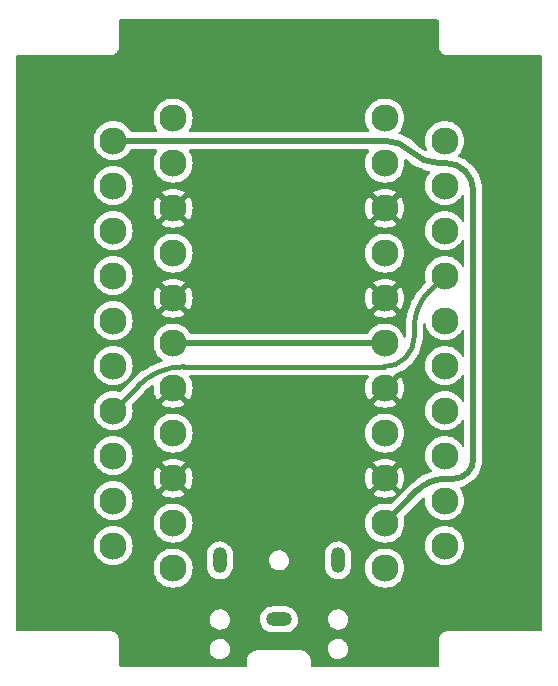
<source format=gbr>
%TF.GenerationSoftware,KiCad,Pcbnew,7.0.9*%
%TF.CreationDate,2024-08-30T02:56:13-10:00*%
%TF.ProjectId,scartaudioextract,73636172-7461-4756-9469-6f6578747261,rev?*%
%TF.SameCoordinates,Original*%
%TF.FileFunction,Copper,L2,Bot*%
%TF.FilePolarity,Positive*%
%FSLAX46Y46*%
G04 Gerber Fmt 4.6, Leading zero omitted, Abs format (unit mm)*
G04 Created by KiCad (PCBNEW 7.0.9) date 2024-08-30 02:56:13*
%MOMM*%
%LPD*%
G01*
G04 APERTURE LIST*
%TA.AperFunction,ComponentPad*%
%ADD10O,1.200000X2.200000*%
%TD*%
%TA.AperFunction,ComponentPad*%
%ADD11O,2.200000X1.200000*%
%TD*%
%TA.AperFunction,ComponentPad*%
%ADD12C,2.300000*%
%TD*%
%TA.AperFunction,ViaPad*%
%ADD13C,0.800000*%
%TD*%
%TA.AperFunction,Conductor*%
%ADD14C,0.400000*%
%TD*%
%TA.AperFunction,Conductor*%
%ADD15C,0.500000*%
%TD*%
G04 APERTURE END LIST*
D10*
%TO.P,J3,R*%
%TO.N,Audio Right*%
X144040000Y-76900000D03*
D11*
%TO.P,J3,S*%
%TO.N,Audio Gnd*%
X149040000Y-81900000D03*
D10*
%TO.P,J3,T*%
%TO.N,Audio Left*%
X154040000Y-76900000D03*
%TD*%
D12*
%TO.P,J1,1,P1*%
%TO.N,unconnected-(J1-P1-Pad1)*%
X140080000Y-77550000D03*
%TO.P,J1,2,P2*%
%TO.N,Audio Right*%
X135000000Y-75645000D03*
%TO.P,J1,3,P3*%
%TO.N,unconnected-(J1-P3-Pad3)*%
X140080000Y-73740000D03*
%TO.P,J1,4,P4*%
%TO.N,Audio Gnd*%
X135000000Y-71835000D03*
%TO.P,J1,5,P5*%
%TO.N,Video Gnd*%
X140080000Y-69930000D03*
%TO.P,J1,6,P6*%
%TO.N,Audio Left*%
X135000000Y-68025000D03*
%TO.P,J1,7,P7*%
%TO.N,Blue*%
X140080000Y-66120000D03*
%TO.P,J1,8,P8*%
%TO.N,Status*%
X135000000Y-64215000D03*
%TO.P,J1,9,P9*%
%TO.N,Video Gnd*%
X140080000Y-62310000D03*
%TO.P,J1,10,P10*%
%TO.N,unconnected-(J1-P10-Pad10)*%
X135000000Y-60405000D03*
%TO.P,J1,11,P11*%
%TO.N,Green*%
X140080000Y-58500000D03*
%TO.P,J1,12,P12*%
%TO.N,unconnected-(J1-P12-Pad12)*%
X135000000Y-56595000D03*
%TO.P,J1,13,P13*%
%TO.N,Video Gnd*%
X140080000Y-54690000D03*
%TO.P,J1,14,P14*%
%TO.N,Status{slash}Blanking Gnd*%
X135000000Y-52785000D03*
%TO.P,J1,15,P15*%
%TO.N,Red*%
X140080000Y-50880000D03*
%TO.P,J1,16,P16*%
%TO.N,Blanking*%
X135000000Y-48975000D03*
%TO.P,J1,17,P17*%
%TO.N,Video Gnd*%
X140080000Y-47070000D03*
%TO.P,J1,18,P18*%
%TO.N,Status{slash}Blanking Gnd*%
X135000000Y-45165000D03*
%TO.P,J1,19,P19*%
%TO.N,unconnected-(J1-P19-Pad19)*%
X140080000Y-43260000D03*
%TO.P,J1,20,P20*%
%TO.N,Composite*%
X135000000Y-41355000D03*
%TO.P,J1,21,P21*%
%TO.N,Shell*%
X140080000Y-39450000D03*
%TD*%
%TO.P,J2,1,P1*%
%TO.N,unconnected-(J2-P1-Pad1)*%
X158000000Y-39450000D03*
%TO.P,J2,2,P2*%
%TO.N,unconnected-(J2-P2-Pad2)*%
X163080000Y-41355000D03*
%TO.P,J2,3,P3*%
%TO.N,unconnected-(J2-P3-Pad3)*%
X158000000Y-43260000D03*
%TO.P,J2,4,P4*%
%TO.N,unconnected-(J2-P4-Pad4)*%
X163080000Y-45165000D03*
%TO.P,J2,5,P5*%
%TO.N,Video Gnd*%
X158000000Y-47070000D03*
%TO.P,J2,6,P6*%
%TO.N,unconnected-(J2-P6-Pad6)*%
X163080000Y-48975000D03*
%TO.P,J2,7,P7*%
%TO.N,Blue*%
X158000000Y-50880000D03*
%TO.P,J2,8,P8*%
%TO.N,Status*%
X163080000Y-52785000D03*
%TO.P,J2,9,P9*%
%TO.N,Video Gnd*%
X158000000Y-54690000D03*
%TO.P,J2,10,P10*%
%TO.N,unconnected-(J2-P10-Pad10)*%
X163080000Y-56595000D03*
%TO.P,J2,11,P11*%
%TO.N,Green*%
X158000000Y-58500000D03*
%TO.P,J2,12,P12*%
%TO.N,unconnected-(J2-P12-Pad12)*%
X163080000Y-60405000D03*
%TO.P,J2,13,P13*%
%TO.N,Video Gnd*%
X158000000Y-62310000D03*
%TO.P,J2,14,P14*%
%TO.N,Status{slash}Blanking Gnd*%
X163080000Y-64215000D03*
%TO.P,J2,15,P15*%
%TO.N,Red*%
X158000000Y-66120000D03*
%TO.P,J2,16,P16*%
%TO.N,Blanking*%
X163080000Y-68025000D03*
%TO.P,J2,17,P17*%
%TO.N,Video Gnd*%
X158000000Y-69930000D03*
%TO.P,J2,18,P18*%
%TO.N,Status{slash}Blanking Gnd*%
X163080000Y-71835000D03*
%TO.P,J2,19,P19*%
%TO.N,Composite*%
X158000000Y-73740000D03*
%TO.P,J2,20,P20*%
%TO.N,unconnected-(J2-P20-Pad20)*%
X163080000Y-75645000D03*
%TO.P,J2,21,P21*%
%TO.N,Shell*%
X158000000Y-77550000D03*
%TD*%
D13*
%TO.N,Video Gnd*%
X149040000Y-83500000D03*
X127500000Y-70375000D03*
X138270000Y-82250000D03*
X170500000Y-58500000D03*
X127500000Y-82250000D03*
X127500000Y-46625000D03*
X159770000Y-34750000D03*
X127500000Y-34750000D03*
X170500000Y-70375000D03*
X170500000Y-46625000D03*
X170500000Y-82250000D03*
X170500000Y-34750000D03*
X149040000Y-34750000D03*
X138270000Y-34750000D03*
X127500000Y-58500000D03*
X159770000Y-82250000D03*
%TD*%
D14*
%TO.N,Status*%
X140993963Y-60500000D02*
X157939339Y-60500000D01*
X137146207Y-62093792D02*
X135000000Y-64240000D01*
X161785166Y-54079833D02*
X163080000Y-52785000D01*
X160500000Y-57939339D02*
X160500000Y-57182500D01*
X157939339Y-60500016D02*
G75*
G03*
X159750000Y-59750000I-39J2560716D01*
G01*
X161785173Y-54079840D02*
G75*
G03*
X160500000Y-57182500I3102627J-3102660D01*
G01*
X140993963Y-60499960D02*
G75*
G03*
X137146208Y-62093793I37J-5441540D01*
G01*
X159749988Y-59749988D02*
G75*
G03*
X160500000Y-57939339I-1810688J1810688D01*
G01*
D15*
%TO.N,Green*%
X140080000Y-58500000D02*
X158000000Y-58500000D01*
D14*
X140092500Y-58512500D02*
X140080000Y-58525000D01*
X140122677Y-58499991D02*
G75*
G03*
X140092500Y-58512500I23J-42709D01*
G01*
D15*
%TO.N,Composite*%
X162557467Y-43250000D02*
X163152728Y-43250000D01*
X163792893Y-70000000D02*
X163120000Y-70000000D01*
X165500000Y-45597271D02*
X165500000Y-68292893D01*
X157982532Y-41355000D02*
X135000000Y-41355000D01*
X160764192Y-70975807D02*
X158000000Y-73740000D01*
X163792893Y-69999997D02*
G75*
G03*
X165000000Y-69500000I7J1707097D01*
G01*
X160269990Y-42302510D02*
G75*
G03*
X157982532Y-41355000I-2287490J-2287490D01*
G01*
X164812492Y-43937508D02*
G75*
G03*
X163152728Y-43250000I-1659792J-1659792D01*
G01*
X165500011Y-45597271D02*
G75*
G03*
X164812500Y-43937500I-2347311J-29D01*
G01*
X160270010Y-42302490D02*
G75*
G03*
X162557467Y-43250000I2287490J2287490D01*
G01*
X163120000Y-69999995D02*
G75*
G03*
X160764192Y-70975807I0J-3331605D01*
G01*
X165000002Y-69500002D02*
G75*
G03*
X165500000Y-68292893I-1207102J1207102D01*
G01*
%TD*%
%TA.AperFunction,Conductor*%
%TO.N,Video Gnd*%
G36*
X162522539Y-31120185D02*
G01*
X162568294Y-31172989D01*
X162579500Y-31224500D01*
X162579500Y-33284108D01*
X162579500Y-33350000D01*
X162579500Y-33423918D01*
X162579500Y-33423920D01*
X162579499Y-33423920D01*
X162608340Y-33568907D01*
X162608343Y-33568917D01*
X162664912Y-33705488D01*
X162664919Y-33705501D01*
X162747048Y-33828415D01*
X162747051Y-33828419D01*
X162851580Y-33932948D01*
X162851584Y-33932951D01*
X162974498Y-34015080D01*
X162974511Y-34015087D01*
X163111082Y-34071656D01*
X163111087Y-34071658D01*
X163111091Y-34071658D01*
X163111092Y-34071659D01*
X163256079Y-34100500D01*
X163256082Y-34100500D01*
X163294201Y-34100500D01*
X167544201Y-34100500D01*
X171150500Y-34100500D01*
X171217539Y-34120185D01*
X171263294Y-34172989D01*
X171274500Y-34224500D01*
X171274500Y-82775500D01*
X171254815Y-82842539D01*
X171202011Y-82888294D01*
X171150500Y-82899500D01*
X163256080Y-82899500D01*
X163111092Y-82928340D01*
X163111082Y-82928343D01*
X162974511Y-82984912D01*
X162974498Y-82984919D01*
X162851584Y-83067048D01*
X162851580Y-83067051D01*
X162747051Y-83171580D01*
X162747048Y-83171584D01*
X162664919Y-83294498D01*
X162664912Y-83294511D01*
X162608343Y-83431082D01*
X162608340Y-83431092D01*
X162579500Y-83576079D01*
X162579500Y-85775500D01*
X162559815Y-85842539D01*
X162507011Y-85888294D01*
X162455500Y-85899500D01*
X151864499Y-85899500D01*
X151797460Y-85879815D01*
X151751705Y-85827011D01*
X151740499Y-85775500D01*
X151740500Y-85364202D01*
X151740500Y-85311306D01*
X151740499Y-85311304D01*
X151705896Y-85137341D01*
X151705893Y-85137332D01*
X151638016Y-84973459D01*
X151638009Y-84973446D01*
X151539464Y-84825965D01*
X151539461Y-84825961D01*
X151414038Y-84700538D01*
X151414034Y-84700535D01*
X151266553Y-84601990D01*
X151266540Y-84601983D01*
X151102667Y-84534106D01*
X151102658Y-84534103D01*
X150928694Y-84499500D01*
X150928691Y-84499500D01*
X150875799Y-84499500D01*
X147305892Y-84499500D01*
X147240000Y-84499500D01*
X147151309Y-84499500D01*
X147151306Y-84499500D01*
X146977341Y-84534103D01*
X146977332Y-84534106D01*
X146813459Y-84601983D01*
X146813446Y-84601990D01*
X146665965Y-84700535D01*
X146665961Y-84700538D01*
X146540538Y-84825961D01*
X146540535Y-84825965D01*
X146441990Y-84973446D01*
X146441983Y-84973459D01*
X146374106Y-85137332D01*
X146374103Y-85137341D01*
X146339500Y-85311304D01*
X146339500Y-85775500D01*
X146319815Y-85842539D01*
X146267011Y-85888294D01*
X146215500Y-85899500D01*
X135624500Y-85899500D01*
X135557461Y-85879815D01*
X135511706Y-85827011D01*
X135500500Y-85775500D01*
X135500500Y-84353685D01*
X143185740Y-84353685D01*
X143195755Y-84538406D01*
X143195755Y-84538411D01*
X143245244Y-84716656D01*
X143245247Y-84716662D01*
X143331898Y-84880102D01*
X143394540Y-84953850D01*
X143451663Y-85021100D01*
X143598936Y-85133054D01*
X143766833Y-85210732D01*
X143766834Y-85210732D01*
X143766836Y-85210733D01*
X143821648Y-85222797D01*
X143947503Y-85250500D01*
X143947506Y-85250500D01*
X144086107Y-85250500D01*
X144086113Y-85250500D01*
X144223910Y-85235514D01*
X144399221Y-85176444D01*
X144557736Y-85081070D01*
X144692041Y-84953849D01*
X144795858Y-84800730D01*
X144864331Y-84628875D01*
X144894260Y-84446317D01*
X144889238Y-84353685D01*
X153185740Y-84353685D01*
X153195755Y-84538406D01*
X153195755Y-84538411D01*
X153245244Y-84716656D01*
X153245247Y-84716662D01*
X153331898Y-84880102D01*
X153394540Y-84953850D01*
X153451663Y-85021100D01*
X153598936Y-85133054D01*
X153766833Y-85210732D01*
X153766834Y-85210732D01*
X153766836Y-85210733D01*
X153821648Y-85222797D01*
X153947503Y-85250500D01*
X153947506Y-85250500D01*
X154086107Y-85250500D01*
X154086113Y-85250500D01*
X154223910Y-85235514D01*
X154399221Y-85176444D01*
X154557736Y-85081070D01*
X154692041Y-84953849D01*
X154795858Y-84800730D01*
X154864331Y-84628875D01*
X154894260Y-84446317D01*
X154884245Y-84261593D01*
X154834754Y-84083341D01*
X154748100Y-83919896D01*
X154685460Y-83846151D01*
X154628337Y-83778900D01*
X154549449Y-83718931D01*
X154481064Y-83666946D01*
X154313167Y-83589268D01*
X154313163Y-83589266D01*
X154132497Y-83549500D01*
X153993887Y-83549500D01*
X153993883Y-83549500D01*
X153856088Y-83564486D01*
X153680776Y-83623557D01*
X153680774Y-83623558D01*
X153522262Y-83718931D01*
X153522261Y-83718932D01*
X153387959Y-83846149D01*
X153284138Y-83999276D01*
X153215669Y-84171122D01*
X153185740Y-84353685D01*
X144889238Y-84353685D01*
X144884245Y-84261593D01*
X144834754Y-84083341D01*
X144748100Y-83919896D01*
X144685460Y-83846151D01*
X144628337Y-83778900D01*
X144549449Y-83718931D01*
X144481064Y-83666946D01*
X144313167Y-83589268D01*
X144313163Y-83589266D01*
X144132497Y-83549500D01*
X143993887Y-83549500D01*
X143993883Y-83549500D01*
X143856088Y-83564486D01*
X143680776Y-83623557D01*
X143680774Y-83623558D01*
X143522262Y-83718931D01*
X143522261Y-83718932D01*
X143387959Y-83846149D01*
X143284138Y-83999276D01*
X143215669Y-84171122D01*
X143185740Y-84353685D01*
X135500500Y-84353685D01*
X135500500Y-83576079D01*
X135471659Y-83431092D01*
X135471658Y-83431091D01*
X135471658Y-83431087D01*
X135445905Y-83368913D01*
X135415087Y-83294511D01*
X135415080Y-83294498D01*
X135332951Y-83171584D01*
X135332948Y-83171580D01*
X135228419Y-83067051D01*
X135228415Y-83067048D01*
X135105501Y-82984919D01*
X135105488Y-82984912D01*
X134968917Y-82928343D01*
X134968907Y-82928340D01*
X134823920Y-82899500D01*
X134823918Y-82899500D01*
X134785799Y-82899500D01*
X130535799Y-82899500D01*
X126924500Y-82899500D01*
X126857461Y-82879815D01*
X126811706Y-82827011D01*
X126800500Y-82775500D01*
X126800500Y-81853685D01*
X143185740Y-81853685D01*
X143195755Y-82038406D01*
X143195755Y-82038411D01*
X143245244Y-82216656D01*
X143245247Y-82216662D01*
X143331898Y-82380102D01*
X143394540Y-82453850D01*
X143451663Y-82521100D01*
X143598936Y-82633054D01*
X143766833Y-82710732D01*
X143766834Y-82710732D01*
X143766836Y-82710733D01*
X143821648Y-82722797D01*
X143947503Y-82750500D01*
X143947506Y-82750500D01*
X144086107Y-82750500D01*
X144086113Y-82750500D01*
X144223910Y-82735514D01*
X144399221Y-82676444D01*
X144557736Y-82581070D01*
X144692041Y-82453849D01*
X144795858Y-82300730D01*
X144864331Y-82128875D01*
X144894260Y-81946317D01*
X144888897Y-81847401D01*
X147435746Y-81847401D01*
X147445745Y-82057327D01*
X147495296Y-82261578D01*
X147495298Y-82261582D01*
X147582598Y-82452743D01*
X147582601Y-82452748D01*
X147582602Y-82452750D01*
X147582604Y-82452753D01*
X147645627Y-82541256D01*
X147704515Y-82623953D01*
X147704520Y-82623959D01*
X147856620Y-82768985D01*
X147951578Y-82830011D01*
X148033428Y-82882613D01*
X148228543Y-82960725D01*
X148331729Y-82980612D01*
X148434914Y-83000500D01*
X148434915Y-83000500D01*
X149592419Y-83000500D01*
X149592425Y-83000500D01*
X149749218Y-82985528D01*
X149950875Y-82926316D01*
X150137682Y-82830011D01*
X150302886Y-82700092D01*
X150440519Y-82541256D01*
X150545604Y-82359244D01*
X150614344Y-82160633D01*
X150644254Y-81952602D01*
X150639542Y-81853685D01*
X153185740Y-81853685D01*
X153195755Y-82038406D01*
X153195755Y-82038411D01*
X153245244Y-82216656D01*
X153245247Y-82216662D01*
X153331898Y-82380102D01*
X153394540Y-82453850D01*
X153451663Y-82521100D01*
X153598936Y-82633054D01*
X153766833Y-82710732D01*
X153766834Y-82710732D01*
X153766836Y-82710733D01*
X153821648Y-82722797D01*
X153947503Y-82750500D01*
X153947506Y-82750500D01*
X154086107Y-82750500D01*
X154086113Y-82750500D01*
X154223910Y-82735514D01*
X154399221Y-82676444D01*
X154557736Y-82581070D01*
X154692041Y-82453849D01*
X154795858Y-82300730D01*
X154864331Y-82128875D01*
X154894260Y-81946317D01*
X154884245Y-81761593D01*
X154850310Y-81639368D01*
X154834755Y-81583343D01*
X154834752Y-81583337D01*
X154748101Y-81419897D01*
X154628337Y-81278900D01*
X154549449Y-81218931D01*
X154481064Y-81166946D01*
X154313167Y-81089268D01*
X154313163Y-81089266D01*
X154132497Y-81049500D01*
X153993887Y-81049500D01*
X153993883Y-81049500D01*
X153856088Y-81064486D01*
X153680776Y-81123557D01*
X153680774Y-81123558D01*
X153522262Y-81218931D01*
X153522261Y-81218932D01*
X153387959Y-81346149D01*
X153284138Y-81499276D01*
X153215669Y-81671122D01*
X153215669Y-81671125D01*
X153186771Y-81847398D01*
X153185740Y-81853685D01*
X150639542Y-81853685D01*
X150634254Y-81742670D01*
X150584704Y-81538424D01*
X150566823Y-81499270D01*
X150497401Y-81347256D01*
X150497398Y-81347251D01*
X150497397Y-81347250D01*
X150497396Y-81347247D01*
X150375486Y-81176048D01*
X150375484Y-81176046D01*
X150375479Y-81176040D01*
X150223379Y-81031014D01*
X150046574Y-80917388D01*
X149851455Y-80839274D01*
X149645086Y-80799500D01*
X149645085Y-80799500D01*
X148487575Y-80799500D01*
X148330782Y-80814472D01*
X148330778Y-80814473D01*
X148129127Y-80873683D01*
X147942313Y-80969991D01*
X147777116Y-81099905D01*
X147777112Y-81099909D01*
X147639478Y-81258746D01*
X147534398Y-81440750D01*
X147465656Y-81639365D01*
X147465656Y-81639367D01*
X147448084Y-81761588D01*
X147435746Y-81847401D01*
X144888897Y-81847401D01*
X144884245Y-81761593D01*
X144850310Y-81639368D01*
X144834755Y-81583343D01*
X144834752Y-81583337D01*
X144748101Y-81419897D01*
X144628337Y-81278900D01*
X144549449Y-81218931D01*
X144481064Y-81166946D01*
X144313167Y-81089268D01*
X144313163Y-81089266D01*
X144132497Y-81049500D01*
X143993887Y-81049500D01*
X143993883Y-81049500D01*
X143856088Y-81064486D01*
X143680776Y-81123557D01*
X143680774Y-81123558D01*
X143522262Y-81218931D01*
X143522261Y-81218932D01*
X143387959Y-81346149D01*
X143284138Y-81499276D01*
X143215669Y-81671122D01*
X143215669Y-81671125D01*
X143186771Y-81847398D01*
X143185740Y-81853685D01*
X126800500Y-81853685D01*
X126800500Y-77550000D01*
X138424396Y-77550000D01*
X138444778Y-77808990D01*
X138505427Y-78061610D01*
X138604843Y-78301623D01*
X138604845Y-78301627D01*
X138604846Y-78301628D01*
X138740588Y-78523140D01*
X138909311Y-78720689D01*
X139106860Y-78889412D01*
X139328372Y-79025154D01*
X139328374Y-79025154D01*
X139328376Y-79025156D01*
X139389693Y-79050554D01*
X139568390Y-79124573D01*
X139821006Y-79185221D01*
X140080000Y-79205604D01*
X140338994Y-79185221D01*
X140591610Y-79124573D01*
X140831628Y-79025154D01*
X141053140Y-78889412D01*
X141250689Y-78720689D01*
X141419412Y-78523140D01*
X141555154Y-78301628D01*
X141654573Y-78061610D01*
X141715221Y-77808994D01*
X141735604Y-77550000D01*
X141727925Y-77452425D01*
X142939500Y-77452425D01*
X142951784Y-77581067D01*
X142954472Y-77609217D01*
X142954473Y-77609221D01*
X143013130Y-77808990D01*
X143013684Y-77810875D01*
X143063019Y-77906572D01*
X143109991Y-77997686D01*
X143239905Y-78162883D01*
X143239909Y-78162887D01*
X143398746Y-78300521D01*
X143580750Y-78405601D01*
X143580752Y-78405601D01*
X143580756Y-78405604D01*
X143779367Y-78474344D01*
X143987398Y-78504254D01*
X144197330Y-78494254D01*
X144401576Y-78444704D01*
X144487199Y-78405601D01*
X144592743Y-78357401D01*
X144592746Y-78357399D01*
X144592753Y-78357396D01*
X144763952Y-78235486D01*
X144833179Y-78162883D01*
X144908985Y-78083379D01*
X144908986Y-78083378D01*
X145022613Y-77906572D01*
X145100725Y-77711457D01*
X145140500Y-77505085D01*
X145140500Y-76853685D01*
X148185740Y-76853685D01*
X148195755Y-77038406D01*
X148195755Y-77038411D01*
X148245244Y-77216656D01*
X148245247Y-77216662D01*
X148331898Y-77380102D01*
X148394540Y-77453850D01*
X148451663Y-77521100D01*
X148598936Y-77633054D01*
X148766833Y-77710732D01*
X148766834Y-77710732D01*
X148766836Y-77710733D01*
X148821648Y-77722797D01*
X148947503Y-77750500D01*
X148947506Y-77750500D01*
X149086107Y-77750500D01*
X149086113Y-77750500D01*
X149223910Y-77735514D01*
X149399221Y-77676444D01*
X149557736Y-77581070D01*
X149692041Y-77453849D01*
X149693006Y-77452425D01*
X152939500Y-77452425D01*
X152951784Y-77581067D01*
X152954472Y-77609217D01*
X152954473Y-77609221D01*
X153013130Y-77808990D01*
X153013684Y-77810875D01*
X153063019Y-77906572D01*
X153109991Y-77997686D01*
X153239905Y-78162883D01*
X153239909Y-78162887D01*
X153398746Y-78300521D01*
X153580750Y-78405601D01*
X153580752Y-78405601D01*
X153580756Y-78405604D01*
X153779367Y-78474344D01*
X153987398Y-78504254D01*
X154197330Y-78494254D01*
X154401576Y-78444704D01*
X154487199Y-78405601D01*
X154592743Y-78357401D01*
X154592746Y-78357399D01*
X154592753Y-78357396D01*
X154763952Y-78235486D01*
X154833179Y-78162883D01*
X154908985Y-78083379D01*
X154908986Y-78083378D01*
X155022613Y-77906572D01*
X155100725Y-77711457D01*
X155131843Y-77550000D01*
X156344396Y-77550000D01*
X156364778Y-77808990D01*
X156425427Y-78061610D01*
X156524843Y-78301623D01*
X156524845Y-78301627D01*
X156524846Y-78301628D01*
X156660588Y-78523140D01*
X156829311Y-78720689D01*
X157026860Y-78889412D01*
X157248372Y-79025154D01*
X157248374Y-79025154D01*
X157248376Y-79025156D01*
X157309693Y-79050554D01*
X157488390Y-79124573D01*
X157741006Y-79185221D01*
X158000000Y-79205604D01*
X158258994Y-79185221D01*
X158511610Y-79124573D01*
X158751628Y-79025154D01*
X158973140Y-78889412D01*
X159170689Y-78720689D01*
X159339412Y-78523140D01*
X159475154Y-78301628D01*
X159574573Y-78061610D01*
X159635221Y-77808994D01*
X159655604Y-77550000D01*
X159635221Y-77291006D01*
X159574573Y-77038390D01*
X159511879Y-76887035D01*
X159475156Y-76798376D01*
X159452615Y-76761593D01*
X159339412Y-76576860D01*
X159170689Y-76379311D01*
X158973140Y-76210588D01*
X158751628Y-76074846D01*
X158751627Y-76074845D01*
X158751623Y-76074843D01*
X158585627Y-76006086D01*
X158511610Y-75975427D01*
X158511611Y-75975427D01*
X158373921Y-75942370D01*
X158258994Y-75914779D01*
X158258992Y-75914778D01*
X158258991Y-75914778D01*
X158000000Y-75894396D01*
X157741009Y-75914778D01*
X157488389Y-75975427D01*
X157248376Y-76074843D01*
X157026859Y-76210588D01*
X156829311Y-76379311D01*
X156660588Y-76576859D01*
X156524843Y-76798376D01*
X156425427Y-77038389D01*
X156364778Y-77291009D01*
X156344396Y-77550000D01*
X155131843Y-77550000D01*
X155140500Y-77505085D01*
X155140500Y-76347575D01*
X155125528Y-76190782D01*
X155066316Y-75989125D01*
X154970011Y-75802318D01*
X154970009Y-75802316D01*
X154970008Y-75802313D01*
X154846294Y-75645000D01*
X161424396Y-75645000D01*
X161444778Y-75903990D01*
X161505427Y-76156610D01*
X161604843Y-76396623D01*
X161604845Y-76396627D01*
X161604846Y-76396628D01*
X161740588Y-76618140D01*
X161909311Y-76815689D01*
X162106860Y-76984412D01*
X162328372Y-77120154D01*
X162328374Y-77120154D01*
X162328376Y-77120156D01*
X162349426Y-77128875D01*
X162568390Y-77219573D01*
X162821006Y-77280221D01*
X163080000Y-77300604D01*
X163338994Y-77280221D01*
X163591610Y-77219573D01*
X163831628Y-77120154D01*
X164053140Y-76984412D01*
X164250689Y-76815689D01*
X164419412Y-76618140D01*
X164555154Y-76396628D01*
X164654573Y-76156610D01*
X164715221Y-75903994D01*
X164735604Y-75645000D01*
X164715221Y-75386006D01*
X164654573Y-75133390D01*
X164555154Y-74893372D01*
X164419412Y-74671860D01*
X164250689Y-74474311D01*
X164053140Y-74305588D01*
X163831628Y-74169846D01*
X163831627Y-74169845D01*
X163831623Y-74169843D01*
X163665627Y-74101086D01*
X163591610Y-74070427D01*
X163591611Y-74070427D01*
X163453921Y-74037370D01*
X163338994Y-74009779D01*
X163338992Y-74009778D01*
X163338991Y-74009778D01*
X163080000Y-73989396D01*
X162821009Y-74009778D01*
X162568389Y-74070427D01*
X162328376Y-74169843D01*
X162106859Y-74305588D01*
X161909311Y-74474311D01*
X161740588Y-74671859D01*
X161604843Y-74893376D01*
X161505427Y-75133389D01*
X161444778Y-75386009D01*
X161424396Y-75645000D01*
X154846294Y-75645000D01*
X154840094Y-75637116D01*
X154840090Y-75637112D01*
X154681253Y-75499478D01*
X154499249Y-75394398D01*
X154499245Y-75394396D01*
X154499244Y-75394396D01*
X154300633Y-75325656D01*
X154092602Y-75295746D01*
X154092598Y-75295746D01*
X153882672Y-75305745D01*
X153678421Y-75355296D01*
X153678417Y-75355298D01*
X153487256Y-75442598D01*
X153487251Y-75442601D01*
X153316046Y-75564515D01*
X153316040Y-75564520D01*
X153171014Y-75716620D01*
X153057388Y-75893425D01*
X152979274Y-76088544D01*
X152939500Y-76294914D01*
X152939500Y-76294915D01*
X152939500Y-77452425D01*
X149693006Y-77452425D01*
X149795858Y-77300730D01*
X149799733Y-77291006D01*
X149864330Y-77128877D01*
X149864329Y-77128877D01*
X149864331Y-77128875D01*
X149894260Y-76946317D01*
X149884245Y-76761593D01*
X149834754Y-76583341D01*
X149831318Y-76576860D01*
X149748101Y-76419897D01*
X149628337Y-76278900D01*
X149549449Y-76218931D01*
X149481064Y-76166946D01*
X149313167Y-76089268D01*
X149313163Y-76089266D01*
X149132497Y-76049500D01*
X148993887Y-76049500D01*
X148993883Y-76049500D01*
X148856088Y-76064486D01*
X148680776Y-76123557D01*
X148680774Y-76123558D01*
X148522262Y-76218931D01*
X148522261Y-76218932D01*
X148387959Y-76346149D01*
X148284138Y-76499276D01*
X148215669Y-76671122D01*
X148185740Y-76853685D01*
X145140500Y-76853685D01*
X145140500Y-76347575D01*
X145125528Y-76190782D01*
X145066316Y-75989125D01*
X144970011Y-75802318D01*
X144970009Y-75802316D01*
X144970008Y-75802313D01*
X144840094Y-75637116D01*
X144840090Y-75637112D01*
X144681253Y-75499478D01*
X144499249Y-75394398D01*
X144499245Y-75394396D01*
X144499244Y-75394396D01*
X144300633Y-75325656D01*
X144092602Y-75295746D01*
X144092598Y-75295746D01*
X143882672Y-75305745D01*
X143678421Y-75355296D01*
X143678417Y-75355298D01*
X143487256Y-75442598D01*
X143487251Y-75442601D01*
X143316046Y-75564515D01*
X143316040Y-75564520D01*
X143171014Y-75716620D01*
X143057388Y-75893425D01*
X142979274Y-76088544D01*
X142939500Y-76294914D01*
X142939500Y-76294915D01*
X142939500Y-77452425D01*
X141727925Y-77452425D01*
X141715221Y-77291006D01*
X141654573Y-77038390D01*
X141591879Y-76887035D01*
X141555156Y-76798376D01*
X141532615Y-76761593D01*
X141419412Y-76576860D01*
X141250689Y-76379311D01*
X141053140Y-76210588D01*
X140831628Y-76074846D01*
X140831627Y-76074845D01*
X140831623Y-76074843D01*
X140665627Y-76006086D01*
X140591610Y-75975427D01*
X140591611Y-75975427D01*
X140453921Y-75942370D01*
X140338994Y-75914779D01*
X140338992Y-75914778D01*
X140338991Y-75914778D01*
X140080000Y-75894396D01*
X139821009Y-75914778D01*
X139568389Y-75975427D01*
X139328376Y-76074843D01*
X139106859Y-76210588D01*
X138909311Y-76379311D01*
X138740588Y-76576859D01*
X138604843Y-76798376D01*
X138505427Y-77038389D01*
X138444778Y-77291009D01*
X138424396Y-77550000D01*
X126800500Y-77550000D01*
X126800500Y-75645000D01*
X133344396Y-75645000D01*
X133364778Y-75903990D01*
X133425427Y-76156610D01*
X133524843Y-76396623D01*
X133524845Y-76396627D01*
X133524846Y-76396628D01*
X133660588Y-76618140D01*
X133829311Y-76815689D01*
X134026860Y-76984412D01*
X134248372Y-77120154D01*
X134248374Y-77120154D01*
X134248376Y-77120156D01*
X134269426Y-77128875D01*
X134488390Y-77219573D01*
X134741006Y-77280221D01*
X135000000Y-77300604D01*
X135258994Y-77280221D01*
X135511610Y-77219573D01*
X135751628Y-77120154D01*
X135973140Y-76984412D01*
X136170689Y-76815689D01*
X136339412Y-76618140D01*
X136475154Y-76396628D01*
X136574573Y-76156610D01*
X136635221Y-75903994D01*
X136655604Y-75645000D01*
X136635221Y-75386006D01*
X136574573Y-75133390D01*
X136475154Y-74893372D01*
X136339412Y-74671860D01*
X136170689Y-74474311D01*
X135973140Y-74305588D01*
X135751628Y-74169846D01*
X135751627Y-74169845D01*
X135751623Y-74169843D01*
X135585627Y-74101086D01*
X135511610Y-74070427D01*
X135511611Y-74070427D01*
X135373921Y-74037370D01*
X135258994Y-74009779D01*
X135258992Y-74009778D01*
X135258991Y-74009778D01*
X135000000Y-73989396D01*
X134741009Y-74009778D01*
X134488389Y-74070427D01*
X134248376Y-74169843D01*
X134026859Y-74305588D01*
X133829311Y-74474311D01*
X133660588Y-74671859D01*
X133524843Y-74893376D01*
X133425427Y-75133389D01*
X133364778Y-75386009D01*
X133344396Y-75645000D01*
X126800500Y-75645000D01*
X126800500Y-73740000D01*
X138424396Y-73740000D01*
X138444778Y-73998990D01*
X138505427Y-74251610D01*
X138604843Y-74491623D01*
X138604845Y-74491627D01*
X138604846Y-74491628D01*
X138740588Y-74713140D01*
X138909311Y-74910689D01*
X139106860Y-75079412D01*
X139328372Y-75215154D01*
X139328374Y-75215154D01*
X139328376Y-75215156D01*
X139389693Y-75240554D01*
X139568390Y-75314573D01*
X139821006Y-75375221D01*
X140080000Y-75395604D01*
X140338994Y-75375221D01*
X140591610Y-75314573D01*
X140831628Y-75215154D01*
X141053140Y-75079412D01*
X141250689Y-74910689D01*
X141419412Y-74713140D01*
X141555154Y-74491628D01*
X141654573Y-74251610D01*
X141715221Y-73998994D01*
X141735604Y-73740000D01*
X141715221Y-73481006D01*
X141654573Y-73228390D01*
X141555154Y-72988372D01*
X141419412Y-72766860D01*
X141250689Y-72569311D01*
X141053140Y-72400588D01*
X140831628Y-72264846D01*
X140831627Y-72264845D01*
X140831623Y-72264843D01*
X140665627Y-72196086D01*
X140591610Y-72165427D01*
X140591611Y-72165427D01*
X140453921Y-72132370D01*
X140338994Y-72104779D01*
X140338992Y-72104778D01*
X140338991Y-72104778D01*
X140080000Y-72084396D01*
X139821009Y-72104778D01*
X139568389Y-72165427D01*
X139328376Y-72264843D01*
X139106859Y-72400588D01*
X138909311Y-72569311D01*
X138740588Y-72766859D01*
X138604843Y-72988376D01*
X138505427Y-73228389D01*
X138444778Y-73481009D01*
X138424396Y-73740000D01*
X126800500Y-73740000D01*
X126800500Y-71835000D01*
X133344396Y-71835000D01*
X133364778Y-72093990D01*
X133425427Y-72346610D01*
X133524843Y-72586623D01*
X133524845Y-72586627D01*
X133524846Y-72586628D01*
X133660588Y-72808140D01*
X133829311Y-73005689D01*
X134026860Y-73174412D01*
X134248372Y-73310154D01*
X134248374Y-73310154D01*
X134248376Y-73310156D01*
X134309693Y-73335554D01*
X134488390Y-73409573D01*
X134741006Y-73470221D01*
X135000000Y-73490604D01*
X135258994Y-73470221D01*
X135511610Y-73409573D01*
X135751628Y-73310154D01*
X135973140Y-73174412D01*
X136170689Y-73005689D01*
X136339412Y-72808140D01*
X136475154Y-72586628D01*
X136574573Y-72346610D01*
X136635221Y-72093994D01*
X136655604Y-71835000D01*
X136635221Y-71576006D01*
X136574573Y-71323390D01*
X136475154Y-71083372D01*
X136339412Y-70861860D01*
X136170689Y-70664311D01*
X135973140Y-70495588D01*
X135751628Y-70359846D01*
X135751627Y-70359845D01*
X135751623Y-70359843D01*
X135561410Y-70281055D01*
X135511610Y-70260427D01*
X135511611Y-70260427D01*
X135373921Y-70227370D01*
X135258994Y-70199779D01*
X135258992Y-70199778D01*
X135258991Y-70199778D01*
X135000000Y-70179396D01*
X134741009Y-70199778D01*
X134488389Y-70260427D01*
X134248376Y-70359843D01*
X134026859Y-70495588D01*
X133829311Y-70664311D01*
X133660588Y-70861859D01*
X133524843Y-71083376D01*
X133425427Y-71323389D01*
X133364778Y-71576009D01*
X133344396Y-71835000D01*
X126800500Y-71835000D01*
X126800500Y-69930000D01*
X138424898Y-69930000D01*
X138445274Y-70188912D01*
X138505901Y-70441445D01*
X138505906Y-70441462D01*
X138605290Y-70681397D01*
X138605292Y-70681400D01*
X138740992Y-70902842D01*
X138740993Y-70902843D01*
X138746801Y-70909644D01*
X139477452Y-70178993D01*
X139487188Y-70208956D01*
X139575186Y-70347619D01*
X139694903Y-70460040D01*
X139829510Y-70534041D01*
X139100354Y-71263197D01*
X139107157Y-71269007D01*
X139328599Y-71404707D01*
X139328602Y-71404709D01*
X139568537Y-71504093D01*
X139568554Y-71504098D01*
X139821088Y-71564725D01*
X139821087Y-71564725D01*
X140080000Y-71585101D01*
X140338912Y-71564725D01*
X140591445Y-71504098D01*
X140591462Y-71504093D01*
X140831397Y-71404709D01*
X140831400Y-71404707D01*
X141052844Y-71269005D01*
X141059644Y-71263197D01*
X140327533Y-70531086D01*
X140395629Y-70504126D01*
X140528492Y-70407595D01*
X140633175Y-70281055D01*
X140681631Y-70178078D01*
X141413197Y-70909644D01*
X141419005Y-70902844D01*
X141554707Y-70681400D01*
X141554709Y-70681397D01*
X141654093Y-70441462D01*
X141654098Y-70441445D01*
X141714725Y-70188912D01*
X141735101Y-69930000D01*
X156344898Y-69930000D01*
X156365274Y-70188912D01*
X156425901Y-70441445D01*
X156425906Y-70441462D01*
X156525290Y-70681397D01*
X156525292Y-70681400D01*
X156660992Y-70902842D01*
X156660993Y-70902843D01*
X156666801Y-70909644D01*
X157397452Y-70178993D01*
X157407188Y-70208956D01*
X157495186Y-70347619D01*
X157614903Y-70460040D01*
X157749510Y-70534041D01*
X157020354Y-71263197D01*
X157027157Y-71269007D01*
X157248599Y-71404707D01*
X157248602Y-71404709D01*
X157488537Y-71504093D01*
X157488554Y-71504098D01*
X157741088Y-71564725D01*
X157741087Y-71564725D01*
X158000000Y-71585101D01*
X158258912Y-71564725D01*
X158511445Y-71504098D01*
X158511462Y-71504093D01*
X158751397Y-71404709D01*
X158751400Y-71404707D01*
X158972844Y-71269005D01*
X158979644Y-71263197D01*
X158247533Y-70531086D01*
X158315629Y-70504126D01*
X158448492Y-70407595D01*
X158553175Y-70281055D01*
X158601631Y-70178078D01*
X159333197Y-70909644D01*
X159339005Y-70902844D01*
X159474707Y-70681400D01*
X159474709Y-70681397D01*
X159574093Y-70441462D01*
X159574098Y-70441445D01*
X159634725Y-70188912D01*
X159655101Y-69930000D01*
X159634725Y-69671087D01*
X159574098Y-69418554D01*
X159574093Y-69418537D01*
X159474709Y-69178602D01*
X159474707Y-69178599D01*
X159339007Y-68957157D01*
X159333197Y-68950354D01*
X158602546Y-69681004D01*
X158592812Y-69651044D01*
X158504814Y-69512381D01*
X158385097Y-69399960D01*
X158250489Y-69325958D01*
X158979645Y-68596801D01*
X158972843Y-68590993D01*
X158972842Y-68590992D01*
X158751400Y-68455292D01*
X158751397Y-68455290D01*
X158511462Y-68355906D01*
X158511445Y-68355901D01*
X158258911Y-68295274D01*
X158258912Y-68295274D01*
X158000000Y-68274898D01*
X157741087Y-68295274D01*
X157488554Y-68355901D01*
X157488537Y-68355906D01*
X157248602Y-68455290D01*
X157248599Y-68455292D01*
X157027155Y-68590993D01*
X157020353Y-68596800D01*
X157752466Y-69328913D01*
X157684371Y-69355874D01*
X157551508Y-69452405D01*
X157446825Y-69578945D01*
X157398368Y-69681920D01*
X156666801Y-68950353D01*
X156660993Y-68957155D01*
X156525292Y-69178599D01*
X156525290Y-69178602D01*
X156425906Y-69418537D01*
X156425901Y-69418554D01*
X156365274Y-69671087D01*
X156344898Y-69930000D01*
X141735101Y-69930000D01*
X141714725Y-69671087D01*
X141654098Y-69418554D01*
X141654093Y-69418537D01*
X141554709Y-69178602D01*
X141554707Y-69178599D01*
X141419007Y-68957157D01*
X141413197Y-68950354D01*
X140682546Y-69681004D01*
X140672812Y-69651044D01*
X140584814Y-69512381D01*
X140465097Y-69399960D01*
X140330489Y-69325958D01*
X141059645Y-68596801D01*
X141052843Y-68590993D01*
X141052842Y-68590992D01*
X140831400Y-68455292D01*
X140831397Y-68455290D01*
X140591462Y-68355906D01*
X140591445Y-68355901D01*
X140338911Y-68295274D01*
X140338912Y-68295274D01*
X140080000Y-68274898D01*
X139821087Y-68295274D01*
X139568554Y-68355901D01*
X139568537Y-68355906D01*
X139328602Y-68455290D01*
X139328599Y-68455292D01*
X139107155Y-68590993D01*
X139100353Y-68596800D01*
X139832466Y-69328913D01*
X139764371Y-69355874D01*
X139631508Y-69452405D01*
X139526825Y-69578945D01*
X139478368Y-69681921D01*
X138746800Y-68950353D01*
X138740993Y-68957155D01*
X138605292Y-69178599D01*
X138605290Y-69178602D01*
X138505906Y-69418537D01*
X138505901Y-69418554D01*
X138445274Y-69671087D01*
X138424898Y-69930000D01*
X126800500Y-69930000D01*
X126800500Y-68025000D01*
X133344396Y-68025000D01*
X133364778Y-68283990D01*
X133425427Y-68536610D01*
X133524843Y-68776623D01*
X133524845Y-68776627D01*
X133524846Y-68776628D01*
X133660588Y-68998140D01*
X133829311Y-69195689D01*
X134026860Y-69364412D01*
X134248372Y-69500154D01*
X134248374Y-69500154D01*
X134248376Y-69500156D01*
X134309693Y-69525554D01*
X134488390Y-69599573D01*
X134741006Y-69660221D01*
X135000000Y-69680604D01*
X135258994Y-69660221D01*
X135511610Y-69599573D01*
X135751628Y-69500154D01*
X135973140Y-69364412D01*
X136170689Y-69195689D01*
X136339412Y-68998140D01*
X136475154Y-68776628D01*
X136574573Y-68536610D01*
X136635221Y-68283994D01*
X136655604Y-68025000D01*
X136635221Y-67766006D01*
X136574573Y-67513390D01*
X136475154Y-67273372D01*
X136339412Y-67051860D01*
X136170689Y-66854311D01*
X135973140Y-66685588D01*
X135751628Y-66549846D01*
X135751627Y-66549845D01*
X135751623Y-66549843D01*
X135585627Y-66481086D01*
X135511610Y-66450427D01*
X135511611Y-66450427D01*
X135373921Y-66417370D01*
X135258994Y-66389779D01*
X135258992Y-66389778D01*
X135258991Y-66389778D01*
X135000000Y-66369396D01*
X134741009Y-66389778D01*
X134488389Y-66450427D01*
X134248376Y-66549843D01*
X134026859Y-66685588D01*
X133829311Y-66854311D01*
X133660588Y-67051859D01*
X133524843Y-67273376D01*
X133425427Y-67513389D01*
X133364778Y-67766009D01*
X133344396Y-68025000D01*
X126800500Y-68025000D01*
X126800500Y-66120000D01*
X138424396Y-66120000D01*
X138444778Y-66378990D01*
X138505427Y-66631610D01*
X138604843Y-66871623D01*
X138604845Y-66871627D01*
X138604846Y-66871628D01*
X138740588Y-67093140D01*
X138909311Y-67290689D01*
X139106860Y-67459412D01*
X139328372Y-67595154D01*
X139328374Y-67595154D01*
X139328376Y-67595156D01*
X139389693Y-67620554D01*
X139568390Y-67694573D01*
X139821006Y-67755221D01*
X140080000Y-67775604D01*
X140338994Y-67755221D01*
X140591610Y-67694573D01*
X140831628Y-67595154D01*
X141053140Y-67459412D01*
X141250689Y-67290689D01*
X141419412Y-67093140D01*
X141555154Y-66871628D01*
X141654573Y-66631610D01*
X141715221Y-66378994D01*
X141735604Y-66120000D01*
X156344396Y-66120000D01*
X156364778Y-66378990D01*
X156425427Y-66631610D01*
X156524843Y-66871623D01*
X156524845Y-66871627D01*
X156524846Y-66871628D01*
X156660588Y-67093140D01*
X156829311Y-67290689D01*
X157026860Y-67459412D01*
X157248372Y-67595154D01*
X157248374Y-67595154D01*
X157248376Y-67595156D01*
X157309693Y-67620554D01*
X157488390Y-67694573D01*
X157741006Y-67755221D01*
X158000000Y-67775604D01*
X158258994Y-67755221D01*
X158511610Y-67694573D01*
X158751628Y-67595154D01*
X158973140Y-67459412D01*
X159170689Y-67290689D01*
X159339412Y-67093140D01*
X159475154Y-66871628D01*
X159574573Y-66631610D01*
X159635221Y-66378994D01*
X159655604Y-66120000D01*
X159635221Y-65861006D01*
X159574573Y-65608390D01*
X159475154Y-65368372D01*
X159339412Y-65146860D01*
X159170689Y-64949311D01*
X158973140Y-64780588D01*
X158751628Y-64644846D01*
X158751627Y-64644845D01*
X158751623Y-64644843D01*
X158585627Y-64576086D01*
X158511610Y-64545427D01*
X158511611Y-64545427D01*
X158373921Y-64512370D01*
X158258994Y-64484779D01*
X158258992Y-64484778D01*
X158258991Y-64484778D01*
X158000000Y-64464396D01*
X157741009Y-64484778D01*
X157488389Y-64545427D01*
X157248376Y-64644843D01*
X157026859Y-64780588D01*
X156829311Y-64949311D01*
X156660588Y-65146859D01*
X156524843Y-65368376D01*
X156425427Y-65608389D01*
X156364778Y-65861009D01*
X156344396Y-66120000D01*
X141735604Y-66120000D01*
X141715221Y-65861006D01*
X141654573Y-65608390D01*
X141555154Y-65368372D01*
X141419412Y-65146860D01*
X141250689Y-64949311D01*
X141053140Y-64780588D01*
X140831628Y-64644846D01*
X140831627Y-64644845D01*
X140831623Y-64644843D01*
X140665627Y-64576086D01*
X140591610Y-64545427D01*
X140591611Y-64545427D01*
X140453921Y-64512370D01*
X140338994Y-64484779D01*
X140338992Y-64484778D01*
X140338991Y-64484778D01*
X140080000Y-64464396D01*
X139821009Y-64484778D01*
X139568389Y-64545427D01*
X139328376Y-64644843D01*
X139106859Y-64780588D01*
X138909311Y-64949311D01*
X138740588Y-65146859D01*
X138604843Y-65368376D01*
X138505427Y-65608389D01*
X138444778Y-65861009D01*
X138424396Y-66120000D01*
X126800500Y-66120000D01*
X126800500Y-64215000D01*
X133344396Y-64215000D01*
X133364778Y-64473990D01*
X133425427Y-64726610D01*
X133524843Y-64966623D01*
X133524845Y-64966627D01*
X133524846Y-64966628D01*
X133660588Y-65188140D01*
X133829311Y-65385689D01*
X134026860Y-65554412D01*
X134248372Y-65690154D01*
X134248374Y-65690154D01*
X134248376Y-65690156D01*
X134309693Y-65715554D01*
X134488390Y-65789573D01*
X134741006Y-65850221D01*
X135000000Y-65870604D01*
X135258994Y-65850221D01*
X135511610Y-65789573D01*
X135751628Y-65690154D01*
X135973140Y-65554412D01*
X136170689Y-65385689D01*
X136339412Y-65188140D01*
X136475154Y-64966628D01*
X136574573Y-64726610D01*
X136635221Y-64473994D01*
X136655604Y-64215000D01*
X136635221Y-63956006D01*
X136581625Y-63732763D01*
X136585116Y-63662982D01*
X136614516Y-63616138D01*
X137585728Y-62644926D01*
X137585731Y-62644925D01*
X137620098Y-62610558D01*
X137641542Y-62589115D01*
X137898979Y-62351138D01*
X137913122Y-62338063D01*
X137916802Y-62334920D01*
X138205344Y-62107445D01*
X138209266Y-62104597D01*
X138241362Y-62083151D01*
X138308039Y-62062273D01*
X138375419Y-62080757D01*
X138422110Y-62132736D01*
X138433871Y-62195981D01*
X138424898Y-62309999D01*
X138445274Y-62568912D01*
X138505901Y-62821445D01*
X138505906Y-62821462D01*
X138605290Y-63061397D01*
X138605292Y-63061400D01*
X138740992Y-63282842D01*
X138740993Y-63282843D01*
X138746801Y-63289644D01*
X139477452Y-62558992D01*
X139487188Y-62588956D01*
X139575186Y-62727619D01*
X139694903Y-62840040D01*
X139829510Y-62914041D01*
X139100354Y-63643197D01*
X139107157Y-63649007D01*
X139328599Y-63784707D01*
X139328602Y-63784709D01*
X139568537Y-63884093D01*
X139568554Y-63884098D01*
X139821088Y-63944725D01*
X139821087Y-63944725D01*
X140080000Y-63965101D01*
X140338912Y-63944725D01*
X140591445Y-63884098D01*
X140591462Y-63884093D01*
X140831397Y-63784709D01*
X140831400Y-63784707D01*
X141052844Y-63649005D01*
X141059644Y-63643197D01*
X140327533Y-62911086D01*
X140395629Y-62884126D01*
X140528492Y-62787595D01*
X140633175Y-62661055D01*
X140681631Y-62558078D01*
X141413197Y-63289644D01*
X141419005Y-63282844D01*
X141554707Y-63061400D01*
X141554709Y-63061397D01*
X141654093Y-62821462D01*
X141654098Y-62821445D01*
X141714725Y-62568912D01*
X141735101Y-62310000D01*
X141714725Y-62051087D01*
X141654098Y-61798554D01*
X141654093Y-61798537D01*
X141554709Y-61558602D01*
X141554707Y-61558599D01*
X141450955Y-61389290D01*
X141432710Y-61321844D01*
X141453826Y-61255242D01*
X141507598Y-61210628D01*
X141556682Y-61200500D01*
X156523318Y-61200500D01*
X156590357Y-61220185D01*
X156636112Y-61272989D01*
X156646056Y-61342147D01*
X156629045Y-61389290D01*
X156525292Y-61558599D01*
X156525290Y-61558602D01*
X156425906Y-61798537D01*
X156425901Y-61798554D01*
X156365274Y-62051087D01*
X156344898Y-62310000D01*
X156365274Y-62568912D01*
X156425901Y-62821445D01*
X156425906Y-62821462D01*
X156525290Y-63061397D01*
X156525292Y-63061400D01*
X156660992Y-63282842D01*
X156660993Y-63282843D01*
X156666801Y-63289644D01*
X157397452Y-62558993D01*
X157407188Y-62588956D01*
X157495186Y-62727619D01*
X157614903Y-62840040D01*
X157749510Y-62914041D01*
X157020354Y-63643197D01*
X157027157Y-63649007D01*
X157248599Y-63784707D01*
X157248602Y-63784709D01*
X157488537Y-63884093D01*
X157488554Y-63884098D01*
X157741088Y-63944725D01*
X157741087Y-63944725D01*
X158000000Y-63965101D01*
X158258912Y-63944725D01*
X158511445Y-63884098D01*
X158511462Y-63884093D01*
X158751397Y-63784709D01*
X158751400Y-63784707D01*
X158972844Y-63649005D01*
X158979644Y-63643197D01*
X158247533Y-62911086D01*
X158315629Y-62884126D01*
X158448492Y-62787595D01*
X158553175Y-62661055D01*
X158601631Y-62558078D01*
X159333197Y-63289644D01*
X159339005Y-63282844D01*
X159474707Y-63061400D01*
X159474709Y-63061397D01*
X159574093Y-62821462D01*
X159574098Y-62821445D01*
X159634725Y-62568912D01*
X159655101Y-62310000D01*
X159634725Y-62051087D01*
X159574098Y-61798554D01*
X159574093Y-61798537D01*
X159474709Y-61558602D01*
X159474707Y-61558599D01*
X159339007Y-61337157D01*
X159333197Y-61330354D01*
X158602546Y-62061004D01*
X158592812Y-62031044D01*
X158504814Y-61892381D01*
X158385097Y-61779960D01*
X158250488Y-61705957D01*
X158878913Y-61077532D01*
X158930592Y-61046555D01*
X159039322Y-61013572D01*
X159335351Y-60890950D01*
X159617935Y-60739904D01*
X159884354Y-60561887D01*
X160132042Y-60358614D01*
X160245328Y-60245328D01*
X160301138Y-60189518D01*
X160301139Y-60189515D01*
X160303469Y-60187186D01*
X160303645Y-60186987D01*
X160358602Y-60132032D01*
X160561874Y-59884345D01*
X160739890Y-59617927D01*
X160890936Y-59335344D01*
X161013557Y-59039317D01*
X161106573Y-58732696D01*
X161169087Y-58418434D01*
X161200498Y-58099559D01*
X161200498Y-57989315D01*
X161200500Y-57989306D01*
X161200500Y-57902915D01*
X161200501Y-57860422D01*
X161200500Y-57860417D01*
X161200500Y-57182500D01*
X161211738Y-56925078D01*
X161234328Y-56858964D01*
X161289077Y-56815555D01*
X161358603Y-56808638D01*
X161420833Y-56840407D01*
X161456008Y-56900777D01*
X161456194Y-56901541D01*
X161505427Y-57106610D01*
X161505428Y-57106612D01*
X161604843Y-57346623D01*
X161604845Y-57346627D01*
X161604846Y-57346628D01*
X161740588Y-57568140D01*
X161909311Y-57765689D01*
X162106860Y-57934412D01*
X162328372Y-58070154D01*
X162328374Y-58070154D01*
X162328376Y-58070156D01*
X162389693Y-58095554D01*
X162568390Y-58169573D01*
X162821006Y-58230221D01*
X163080000Y-58250604D01*
X163338994Y-58230221D01*
X163591610Y-58169573D01*
X163831628Y-58070154D01*
X164053140Y-57934412D01*
X164250689Y-57765689D01*
X164419412Y-57568140D01*
X164519772Y-57404365D01*
X164571584Y-57357490D01*
X164640514Y-57346067D01*
X164704677Y-57373724D01*
X164743701Y-57431679D01*
X164749500Y-57469155D01*
X164749500Y-59530844D01*
X164729815Y-59597883D01*
X164677011Y-59643638D01*
X164607853Y-59653582D01*
X164544297Y-59624557D01*
X164519773Y-59595634D01*
X164419415Y-59431864D01*
X164419414Y-59431862D01*
X164336979Y-59335344D01*
X164250689Y-59234311D01*
X164053140Y-59065588D01*
X163831628Y-58929846D01*
X163831627Y-58929845D01*
X163831623Y-58929843D01*
X163665627Y-58861086D01*
X163591610Y-58830427D01*
X163591611Y-58830427D01*
X163453921Y-58797370D01*
X163338994Y-58769779D01*
X163338992Y-58769778D01*
X163338991Y-58769778D01*
X163080000Y-58749396D01*
X162821009Y-58769778D01*
X162568389Y-58830427D01*
X162328376Y-58929843D01*
X162106859Y-59065588D01*
X161909311Y-59234311D01*
X161740588Y-59431859D01*
X161604843Y-59653376D01*
X161505427Y-59893389D01*
X161444778Y-60146009D01*
X161424396Y-60405000D01*
X161444778Y-60663990D01*
X161505427Y-60916610D01*
X161604843Y-61156623D01*
X161604845Y-61156627D01*
X161604846Y-61156628D01*
X161740588Y-61378140D01*
X161909311Y-61575689D01*
X162106860Y-61744412D01*
X162328372Y-61880154D01*
X162328374Y-61880154D01*
X162328376Y-61880156D01*
X162374167Y-61899123D01*
X162568390Y-61979573D01*
X162821006Y-62040221D01*
X163080000Y-62060604D01*
X163338994Y-62040221D01*
X163591610Y-61979573D01*
X163831628Y-61880154D01*
X164053140Y-61744412D01*
X164250689Y-61575689D01*
X164419412Y-61378140D01*
X164519772Y-61214365D01*
X164571584Y-61167490D01*
X164640514Y-61156067D01*
X164704677Y-61183724D01*
X164743701Y-61241679D01*
X164749500Y-61279155D01*
X164749500Y-63340844D01*
X164729815Y-63407883D01*
X164677011Y-63453638D01*
X164607853Y-63463582D01*
X164544297Y-63434557D01*
X164519773Y-63405634D01*
X164419415Y-63241864D01*
X164419414Y-63241862D01*
X164265284Y-63061400D01*
X164250689Y-63044311D01*
X164053140Y-62875588D01*
X163831628Y-62739846D01*
X163831627Y-62739845D01*
X163831623Y-62739843D01*
X163641410Y-62661055D01*
X163591610Y-62640427D01*
X163591611Y-62640427D01*
X163377881Y-62589115D01*
X163338994Y-62579779D01*
X163338992Y-62579778D01*
X163338991Y-62579778D01*
X163080000Y-62559396D01*
X162821009Y-62579778D01*
X162568389Y-62640427D01*
X162328376Y-62739843D01*
X162106859Y-62875588D01*
X161909311Y-63044311D01*
X161740588Y-63241859D01*
X161604843Y-63463376D01*
X161505427Y-63703389D01*
X161444778Y-63956009D01*
X161424396Y-64215000D01*
X161444778Y-64473990D01*
X161505427Y-64726610D01*
X161604843Y-64966623D01*
X161604845Y-64966627D01*
X161604846Y-64966628D01*
X161740588Y-65188140D01*
X161909311Y-65385689D01*
X162106860Y-65554412D01*
X162328372Y-65690154D01*
X162328374Y-65690154D01*
X162328376Y-65690156D01*
X162389693Y-65715554D01*
X162568390Y-65789573D01*
X162821006Y-65850221D01*
X163080000Y-65870604D01*
X163338994Y-65850221D01*
X163591610Y-65789573D01*
X163831628Y-65690154D01*
X164053140Y-65554412D01*
X164250689Y-65385689D01*
X164419412Y-65188140D01*
X164519772Y-65024365D01*
X164571584Y-64977490D01*
X164640514Y-64966067D01*
X164704677Y-64993724D01*
X164743701Y-65051679D01*
X164749500Y-65089155D01*
X164749500Y-67150844D01*
X164729815Y-67217883D01*
X164677011Y-67263638D01*
X164607853Y-67273582D01*
X164544297Y-67244557D01*
X164519773Y-67215634D01*
X164419415Y-67051864D01*
X164419414Y-67051862D01*
X164381297Y-67007233D01*
X164250689Y-66854311D01*
X164053140Y-66685588D01*
X163831628Y-66549846D01*
X163831627Y-66549845D01*
X163831623Y-66549843D01*
X163665627Y-66481086D01*
X163591610Y-66450427D01*
X163591611Y-66450427D01*
X163453921Y-66417370D01*
X163338994Y-66389779D01*
X163338992Y-66389778D01*
X163338991Y-66389778D01*
X163080000Y-66369396D01*
X162821009Y-66389778D01*
X162568389Y-66450427D01*
X162328376Y-66549843D01*
X162106859Y-66685588D01*
X161909311Y-66854311D01*
X161740588Y-67051859D01*
X161604843Y-67273376D01*
X161505427Y-67513389D01*
X161444778Y-67766009D01*
X161424396Y-68025000D01*
X161444778Y-68283990D01*
X161505427Y-68536610D01*
X161604843Y-68776623D01*
X161604845Y-68776627D01*
X161604846Y-68776628D01*
X161740588Y-68998140D01*
X161909311Y-69195689D01*
X161938832Y-69220902D01*
X161977025Y-69279409D01*
X161977523Y-69349277D01*
X161940169Y-69408323D01*
X161890400Y-69434965D01*
X161891313Y-69434720D01*
X161891310Y-69434721D01*
X161556341Y-69556640D01*
X161233294Y-69707281D01*
X161233293Y-69707281D01*
X160924584Y-69885516D01*
X160924585Y-69885516D01*
X160632596Y-70089970D01*
X160632595Y-70089971D01*
X160632595Y-70089970D01*
X160359531Y-70319099D01*
X160295537Y-70383095D01*
X158561999Y-72116631D01*
X158500676Y-72150116D01*
X158445371Y-72149524D01*
X158258990Y-72104778D01*
X158258991Y-72104778D01*
X158000000Y-72084396D01*
X157741009Y-72104778D01*
X157488389Y-72165427D01*
X157248376Y-72264843D01*
X157026859Y-72400588D01*
X156829311Y-72569311D01*
X156660588Y-72766859D01*
X156524843Y-72988376D01*
X156425427Y-73228389D01*
X156364778Y-73481009D01*
X156344396Y-73740000D01*
X156364778Y-73998990D01*
X156425427Y-74251610D01*
X156524843Y-74491623D01*
X156524845Y-74491627D01*
X156524846Y-74491628D01*
X156660588Y-74713140D01*
X156829311Y-74910689D01*
X157026860Y-75079412D01*
X157248372Y-75215154D01*
X157248374Y-75215154D01*
X157248376Y-75215156D01*
X157309693Y-75240554D01*
X157488390Y-75314573D01*
X157741006Y-75375221D01*
X158000000Y-75395604D01*
X158258994Y-75375221D01*
X158511610Y-75314573D01*
X158751628Y-75215154D01*
X158973140Y-75079412D01*
X159170689Y-74910689D01*
X159339412Y-74713140D01*
X159475154Y-74491628D01*
X159574573Y-74251610D01*
X159635221Y-73998994D01*
X159655604Y-73740000D01*
X159635221Y-73481006D01*
X159608171Y-73368335D01*
X159590475Y-73294625D01*
X159593966Y-73224843D01*
X159623366Y-73177999D01*
X161225854Y-71575510D01*
X161287175Y-71542027D01*
X161356867Y-71547011D01*
X161412800Y-71588883D01*
X161437217Y-71654347D01*
X161437151Y-71672921D01*
X161424396Y-71834999D01*
X161444778Y-72093990D01*
X161505427Y-72346610D01*
X161604843Y-72586623D01*
X161604845Y-72586627D01*
X161604846Y-72586628D01*
X161740588Y-72808140D01*
X161909311Y-73005689D01*
X162106860Y-73174412D01*
X162328372Y-73310154D01*
X162328374Y-73310154D01*
X162328376Y-73310156D01*
X162389693Y-73335554D01*
X162568390Y-73409573D01*
X162821006Y-73470221D01*
X163080000Y-73490604D01*
X163338994Y-73470221D01*
X163591610Y-73409573D01*
X163831628Y-73310154D01*
X164053140Y-73174412D01*
X164250689Y-73005689D01*
X164419412Y-72808140D01*
X164555154Y-72586628D01*
X164654573Y-72346610D01*
X164715221Y-72093994D01*
X164735604Y-71835000D01*
X164715221Y-71576006D01*
X164654573Y-71323390D01*
X164555154Y-71083372D01*
X164419412Y-70861860D01*
X164419409Y-70861857D01*
X164419407Y-70861853D01*
X164415665Y-70857471D01*
X164387097Y-70793708D01*
X164397538Y-70724623D01*
X164443671Y-70672149D01*
X164471196Y-70659789D01*
X164471032Y-70659319D01*
X164474316Y-70658170D01*
X164734859Y-70567003D01*
X164983556Y-70447237D01*
X165217280Y-70300379D01*
X165433091Y-70128276D01*
X165474905Y-70086462D01*
X165474907Y-70086461D01*
X165494363Y-70067005D01*
X165494371Y-70067000D01*
X165530685Y-70030685D01*
X165530686Y-70030686D01*
X165628278Y-69933093D01*
X165800381Y-69717281D01*
X165947240Y-69483557D01*
X166067006Y-69234860D01*
X166158173Y-68974317D01*
X166219595Y-68705204D01*
X166250500Y-68430906D01*
X166250500Y-68292890D01*
X166250500Y-68214009D01*
X166250500Y-45676146D01*
X166250501Y-45676142D01*
X166250500Y-45648635D01*
X166250511Y-45648597D01*
X166250510Y-45597262D01*
X166250511Y-45597262D01*
X166250509Y-45445078D01*
X166220673Y-45142178D01*
X166161291Y-44843660D01*
X166161290Y-44843656D01*
X166072939Y-44552407D01*
X166055889Y-44511245D01*
X165956458Y-44271203D01*
X165812979Y-44002776D01*
X165643882Y-43749705D01*
X165450793Y-43514427D01*
X165450789Y-43514422D01*
X165426146Y-43489780D01*
X165401496Y-43465130D01*
X165401482Y-43465114D01*
X165398961Y-43462593D01*
X165343184Y-43406816D01*
X165287407Y-43351039D01*
X165287406Y-43351038D01*
X165285141Y-43348773D01*
X165284965Y-43348613D01*
X165235571Y-43299219D01*
X165000293Y-43106131D01*
X165000292Y-43106130D01*
X165000288Y-43106127D01*
X164747218Y-42937030D01*
X164685811Y-42904207D01*
X164478791Y-42793551D01*
X164478785Y-42793549D01*
X164369761Y-42748389D01*
X164298984Y-42719071D01*
X164244581Y-42675230D01*
X164222517Y-42608936D01*
X164239797Y-42541237D01*
X164252140Y-42523989D01*
X164419412Y-42328140D01*
X164555154Y-42106628D01*
X164654573Y-41866610D01*
X164715221Y-41613994D01*
X164735604Y-41355000D01*
X164715221Y-41096006D01*
X164654573Y-40843390D01*
X164562327Y-40620689D01*
X164555156Y-40603376D01*
X164549638Y-40594372D01*
X164419412Y-40381860D01*
X164250689Y-40184311D01*
X164053140Y-40015588D01*
X163831628Y-39879846D01*
X163831627Y-39879845D01*
X163831623Y-39879843D01*
X163665627Y-39811086D01*
X163591610Y-39780427D01*
X163591611Y-39780427D01*
X163453921Y-39747370D01*
X163338994Y-39719779D01*
X163338992Y-39719778D01*
X163338991Y-39719778D01*
X163080000Y-39699396D01*
X162821009Y-39719778D01*
X162568389Y-39780427D01*
X162328376Y-39879843D01*
X162106859Y-40015588D01*
X161909311Y-40184311D01*
X161740588Y-40381859D01*
X161604843Y-40603376D01*
X161505427Y-40843389D01*
X161444778Y-41096009D01*
X161424396Y-41355000D01*
X161444778Y-41613990D01*
X161505427Y-41866610D01*
X161585318Y-42059484D01*
X161592787Y-42128954D01*
X161561512Y-42191433D01*
X161501423Y-42227085D01*
X161431598Y-42224591D01*
X161410775Y-42215464D01*
X161238700Y-42120361D01*
X161232815Y-42116663D01*
X161011273Y-41959470D01*
X161005844Y-41955141D01*
X160801805Y-41772801D01*
X160799308Y-41770440D01*
X160771040Y-41742172D01*
X160742791Y-41713922D01*
X160742584Y-41713735D01*
X160677633Y-41648784D01*
X160411036Y-41425082D01*
X160411036Y-41425083D01*
X160411035Y-41425082D01*
X160125957Y-41225467D01*
X160125955Y-41225466D01*
X159824564Y-41051455D01*
X159594965Y-40944391D01*
X159509156Y-40904378D01*
X159234083Y-40804257D01*
X159177820Y-40762831D01*
X159152885Y-40697562D01*
X159167195Y-40629174D01*
X159182199Y-40607211D01*
X159339412Y-40423140D01*
X159475154Y-40201628D01*
X159574573Y-39961610D01*
X159635221Y-39708994D01*
X159655604Y-39450000D01*
X159635221Y-39191006D01*
X159574573Y-38938390D01*
X159475154Y-38698372D01*
X159339412Y-38476860D01*
X159170689Y-38279311D01*
X158973140Y-38110588D01*
X158751628Y-37974846D01*
X158751627Y-37974845D01*
X158751623Y-37974843D01*
X158585627Y-37906086D01*
X158511610Y-37875427D01*
X158511611Y-37875427D01*
X158373921Y-37842370D01*
X158258994Y-37814779D01*
X158258992Y-37814778D01*
X158258991Y-37814778D01*
X158000000Y-37794396D01*
X157741009Y-37814778D01*
X157488389Y-37875427D01*
X157248376Y-37974843D01*
X157026859Y-38110588D01*
X156829311Y-38279311D01*
X156660588Y-38476859D01*
X156524843Y-38698376D01*
X156425427Y-38938389D01*
X156364778Y-39191009D01*
X156344396Y-39450000D01*
X156364778Y-39708990D01*
X156425427Y-39961610D01*
X156524844Y-40201626D01*
X156656035Y-40415711D01*
X156674279Y-40483156D01*
X156653162Y-40549759D01*
X156599390Y-40594372D01*
X156550307Y-40604500D01*
X141529693Y-40604500D01*
X141462654Y-40584815D01*
X141416899Y-40532011D01*
X141406955Y-40462853D01*
X141423965Y-40415711D01*
X141555155Y-40201626D01*
X141569714Y-40166476D01*
X141654573Y-39961610D01*
X141715221Y-39708994D01*
X141735604Y-39450000D01*
X141715221Y-39191006D01*
X141654573Y-38938390D01*
X141555154Y-38698372D01*
X141419412Y-38476860D01*
X141250689Y-38279311D01*
X141053140Y-38110588D01*
X140831628Y-37974846D01*
X140831627Y-37974845D01*
X140831623Y-37974843D01*
X140665627Y-37906086D01*
X140591610Y-37875427D01*
X140591611Y-37875427D01*
X140453921Y-37842370D01*
X140338994Y-37814779D01*
X140338992Y-37814778D01*
X140338991Y-37814778D01*
X140080000Y-37794396D01*
X139821009Y-37814778D01*
X139568389Y-37875427D01*
X139328376Y-37974843D01*
X139106859Y-38110588D01*
X138909311Y-38279311D01*
X138740588Y-38476859D01*
X138604843Y-38698376D01*
X138505427Y-38938389D01*
X138444778Y-39191009D01*
X138424396Y-39450000D01*
X138444778Y-39708990D01*
X138505427Y-39961610D01*
X138604844Y-40201626D01*
X138736035Y-40415711D01*
X138754279Y-40483156D01*
X138733162Y-40549759D01*
X138679390Y-40594372D01*
X138630307Y-40604500D01*
X136545289Y-40604500D01*
X136478250Y-40584815D01*
X136439561Y-40545290D01*
X136401485Y-40483156D01*
X136339412Y-40381860D01*
X136170689Y-40184311D01*
X135973140Y-40015588D01*
X135751628Y-39879846D01*
X135751627Y-39879845D01*
X135751623Y-39879843D01*
X135585627Y-39811086D01*
X135511610Y-39780427D01*
X135511611Y-39780427D01*
X135373921Y-39747370D01*
X135258994Y-39719779D01*
X135258992Y-39719778D01*
X135258991Y-39719778D01*
X135000000Y-39699396D01*
X134741009Y-39719778D01*
X134488389Y-39780427D01*
X134248376Y-39879843D01*
X134026859Y-40015588D01*
X133829311Y-40184311D01*
X133660588Y-40381859D01*
X133524843Y-40603376D01*
X133425427Y-40843389D01*
X133364778Y-41096009D01*
X133344396Y-41355000D01*
X133364778Y-41613990D01*
X133425427Y-41866610D01*
X133524843Y-42106623D01*
X133524845Y-42106627D01*
X133524846Y-42106628D01*
X133660588Y-42328140D01*
X133829311Y-42525689D01*
X134026860Y-42694412D01*
X134248372Y-42830154D01*
X134248374Y-42830154D01*
X134248376Y-42830156D01*
X134309693Y-42855554D01*
X134488390Y-42929573D01*
X134741006Y-42990221D01*
X135000000Y-43010604D01*
X135258994Y-42990221D01*
X135511610Y-42929573D01*
X135751628Y-42830154D01*
X135973140Y-42694412D01*
X136170689Y-42525689D01*
X136339412Y-42328140D01*
X136439562Y-42164708D01*
X136491373Y-42117835D01*
X136545289Y-42105500D01*
X138630307Y-42105500D01*
X138697346Y-42125185D01*
X138743101Y-42177989D01*
X138753045Y-42247147D01*
X138736035Y-42294289D01*
X138604844Y-42508373D01*
X138505427Y-42748389D01*
X138444778Y-43001009D01*
X138424396Y-43260000D01*
X138444778Y-43518990D01*
X138505427Y-43771610D01*
X138604843Y-44011623D01*
X138604845Y-44011627D01*
X138604846Y-44011628D01*
X138740588Y-44233140D01*
X138909311Y-44430689D01*
X139106860Y-44599412D01*
X139328372Y-44735154D01*
X139328374Y-44735154D01*
X139328376Y-44735156D01*
X139389693Y-44760554D01*
X139568390Y-44834573D01*
X139821006Y-44895221D01*
X140080000Y-44915604D01*
X140338994Y-44895221D01*
X140591610Y-44834573D01*
X140831628Y-44735154D01*
X141053140Y-44599412D01*
X141250689Y-44430689D01*
X141419412Y-44233140D01*
X141555154Y-44011628D01*
X141654573Y-43771610D01*
X141715221Y-43518994D01*
X141735604Y-43260000D01*
X141715221Y-43001006D01*
X141654573Y-42748390D01*
X141596809Y-42608936D01*
X141555155Y-42508373D01*
X141423965Y-42294289D01*
X141405721Y-42226844D01*
X141426838Y-42160241D01*
X141480610Y-42115628D01*
X141529693Y-42105500D01*
X156550307Y-42105500D01*
X156617346Y-42125185D01*
X156663101Y-42177989D01*
X156673045Y-42247147D01*
X156656035Y-42294289D01*
X156524844Y-42508373D01*
X156425427Y-42748389D01*
X156364778Y-43001009D01*
X156344396Y-43260000D01*
X156364778Y-43518990D01*
X156425427Y-43771610D01*
X156524843Y-44011623D01*
X156524845Y-44011627D01*
X156524846Y-44011628D01*
X156660588Y-44233140D01*
X156829311Y-44430689D01*
X157026860Y-44599412D01*
X157248372Y-44735154D01*
X157248374Y-44735154D01*
X157248376Y-44735156D01*
X157309693Y-44760554D01*
X157488390Y-44834573D01*
X157741006Y-44895221D01*
X158000000Y-44915604D01*
X158258994Y-44895221D01*
X158511610Y-44834573D01*
X158751628Y-44735154D01*
X158973140Y-44599412D01*
X159170689Y-44430689D01*
X159339412Y-44233140D01*
X159475154Y-44011628D01*
X159574573Y-43771610D01*
X159635221Y-43518994D01*
X159655604Y-43260000D01*
X159638362Y-43040919D01*
X159652726Y-42972543D01*
X159701778Y-42922786D01*
X159769943Y-42907447D01*
X159835580Y-42931396D01*
X159849661Y-42943510D01*
X159862367Y-42956216D01*
X160128963Y-43179918D01*
X160128963Y-43179917D01*
X160128964Y-43179918D01*
X160414039Y-43379530D01*
X160414038Y-43379530D01*
X160414042Y-43379532D01*
X160414043Y-43379533D01*
X160715434Y-43553542D01*
X161030843Y-43700622D01*
X161357872Y-43819653D01*
X161694029Y-43909728D01*
X161730259Y-43916116D01*
X161792861Y-43947142D01*
X161828752Y-44007088D01*
X161826536Y-44076923D01*
X161803018Y-44118763D01*
X161740588Y-44191860D01*
X161604843Y-44413376D01*
X161505427Y-44653389D01*
X161444778Y-44906009D01*
X161424396Y-45165000D01*
X161444778Y-45423990D01*
X161505427Y-45676610D01*
X161604843Y-45916623D01*
X161604845Y-45916627D01*
X161604846Y-45916628D01*
X161740588Y-46138140D01*
X161909311Y-46335689D01*
X162106860Y-46504412D01*
X162328372Y-46640154D01*
X162328374Y-46640154D01*
X162328376Y-46640156D01*
X162389693Y-46665554D01*
X162568390Y-46739573D01*
X162821006Y-46800221D01*
X163080000Y-46820604D01*
X163338994Y-46800221D01*
X163591610Y-46739573D01*
X163831628Y-46640154D01*
X164053140Y-46504412D01*
X164250689Y-46335689D01*
X164419412Y-46138140D01*
X164519772Y-45974365D01*
X164571584Y-45927490D01*
X164640514Y-45916067D01*
X164704677Y-45943724D01*
X164743701Y-46001679D01*
X164749500Y-46039155D01*
X164749500Y-48100844D01*
X164729815Y-48167883D01*
X164677011Y-48213638D01*
X164607853Y-48223582D01*
X164544297Y-48194557D01*
X164519773Y-48165634D01*
X164419415Y-48001864D01*
X164419414Y-48001862D01*
X164265284Y-47821400D01*
X164250689Y-47804311D01*
X164053140Y-47635588D01*
X163831628Y-47499846D01*
X163831627Y-47499845D01*
X163831623Y-47499843D01*
X163641410Y-47421055D01*
X163591610Y-47400427D01*
X163591611Y-47400427D01*
X163453921Y-47367370D01*
X163338994Y-47339779D01*
X163338992Y-47339778D01*
X163338991Y-47339778D01*
X163080000Y-47319396D01*
X162821009Y-47339778D01*
X162568389Y-47400427D01*
X162328376Y-47499843D01*
X162106859Y-47635588D01*
X161909311Y-47804311D01*
X161740588Y-48001859D01*
X161604843Y-48223376D01*
X161505427Y-48463389D01*
X161444778Y-48716009D01*
X161424396Y-48975000D01*
X161444778Y-49233990D01*
X161505427Y-49486610D01*
X161604843Y-49726623D01*
X161604845Y-49726627D01*
X161604846Y-49726628D01*
X161740588Y-49948140D01*
X161909311Y-50145689D01*
X162106860Y-50314412D01*
X162328372Y-50450154D01*
X162328374Y-50450154D01*
X162328376Y-50450156D01*
X162389693Y-50475554D01*
X162568390Y-50549573D01*
X162821006Y-50610221D01*
X163080000Y-50630604D01*
X163338994Y-50610221D01*
X163591610Y-50549573D01*
X163831628Y-50450154D01*
X164053140Y-50314412D01*
X164250689Y-50145689D01*
X164419412Y-49948140D01*
X164519772Y-49784365D01*
X164571584Y-49737490D01*
X164640514Y-49726067D01*
X164704677Y-49753724D01*
X164743701Y-49811679D01*
X164749500Y-49849155D01*
X164749500Y-51910844D01*
X164729815Y-51977883D01*
X164677011Y-52023638D01*
X164607853Y-52033582D01*
X164544297Y-52004557D01*
X164519773Y-51975634D01*
X164419415Y-51811864D01*
X164419414Y-51811862D01*
X164381297Y-51767233D01*
X164250689Y-51614311D01*
X164053140Y-51445588D01*
X163831628Y-51309846D01*
X163831627Y-51309845D01*
X163831623Y-51309843D01*
X163665627Y-51241086D01*
X163591610Y-51210427D01*
X163591611Y-51210427D01*
X163453921Y-51177370D01*
X163338994Y-51149779D01*
X163338992Y-51149778D01*
X163338991Y-51149778D01*
X163080000Y-51129396D01*
X162821009Y-51149778D01*
X162568389Y-51210427D01*
X162328376Y-51309843D01*
X162106859Y-51445588D01*
X161909311Y-51614311D01*
X161740588Y-51811859D01*
X161604843Y-52033376D01*
X161505427Y-52273389D01*
X161444778Y-52526009D01*
X161424396Y-52785000D01*
X161444778Y-53043991D01*
X161503213Y-53287392D01*
X161499722Y-53357175D01*
X161470320Y-53404020D01*
X161258648Y-53615692D01*
X161258397Y-53615958D01*
X161148485Y-53725870D01*
X161148484Y-53725870D01*
X161120923Y-53758140D01*
X160888803Y-54029916D01*
X160653780Y-54353394D01*
X160447507Y-54690000D01*
X160444860Y-54694319D01*
X160263336Y-55050575D01*
X160255363Y-55069824D01*
X160110322Y-55419982D01*
X159986763Y-55800255D01*
X159893421Y-56189049D01*
X159837486Y-56542203D01*
X159830870Y-56583975D01*
X159830870Y-56583976D01*
X159799500Y-56982577D01*
X159799500Y-57908022D01*
X159779815Y-57975061D01*
X159727011Y-58020816D01*
X159657853Y-58030760D01*
X159594297Y-58001735D01*
X159560939Y-57955475D01*
X159552214Y-57934412D01*
X159482327Y-57765688D01*
X159475156Y-57748376D01*
X159339411Y-57526859D01*
X159290127Y-57469155D01*
X159170689Y-57329311D01*
X158973140Y-57160588D01*
X158751628Y-57024846D01*
X158751627Y-57024845D01*
X158751623Y-57024843D01*
X158585627Y-56956086D01*
X158511610Y-56925427D01*
X158511611Y-56925427D01*
X158373921Y-56892370D01*
X158258994Y-56864779D01*
X158258992Y-56864778D01*
X158258991Y-56864778D01*
X158000000Y-56844396D01*
X157741009Y-56864778D01*
X157488389Y-56925427D01*
X157248376Y-57024843D01*
X157026859Y-57160588D01*
X156829311Y-57329311D01*
X156660588Y-57526859D01*
X156560439Y-57690290D01*
X156508627Y-57737165D01*
X156454711Y-57749500D01*
X141625289Y-57749500D01*
X141558250Y-57729815D01*
X141519561Y-57690290D01*
X141419411Y-57526859D01*
X141370127Y-57469155D01*
X141250689Y-57329311D01*
X141053140Y-57160588D01*
X140831628Y-57024846D01*
X140831627Y-57024845D01*
X140831623Y-57024843D01*
X140665627Y-56956086D01*
X140591610Y-56925427D01*
X140591611Y-56925427D01*
X140453921Y-56892370D01*
X140338994Y-56864779D01*
X140338992Y-56864778D01*
X140338991Y-56864778D01*
X140080000Y-56844396D01*
X139821009Y-56864778D01*
X139568389Y-56925427D01*
X139328376Y-57024843D01*
X139106859Y-57160588D01*
X138909311Y-57329311D01*
X138740588Y-57526859D01*
X138604843Y-57748376D01*
X138505427Y-57988389D01*
X138444778Y-58241009D01*
X138424396Y-58500000D01*
X138444778Y-58758990D01*
X138505427Y-59011610D01*
X138604843Y-59251623D01*
X138604845Y-59251627D01*
X138604846Y-59251628D01*
X138740588Y-59473140D01*
X138909311Y-59670689D01*
X139106860Y-59839412D01*
X139149803Y-59865727D01*
X139196679Y-59917538D01*
X139208102Y-59986468D01*
X139180446Y-60050631D01*
X139122490Y-60089656D01*
X139119951Y-60090431D01*
X139058514Y-60108472D01*
X139053060Y-60110074D01*
X139053057Y-60110075D01*
X139053056Y-60110075D01*
X138840229Y-60189458D01*
X138641994Y-60263398D01*
X138641992Y-60263399D01*
X138641992Y-60263398D01*
X138433504Y-60358614D01*
X138242915Y-60445655D01*
X137857853Y-60655920D01*
X137857854Y-60655920D01*
X137857852Y-60655921D01*
X137727182Y-60739899D01*
X137488775Y-60893116D01*
X137137554Y-61156043D01*
X136805997Y-61443345D01*
X136805997Y-61443344D01*
X136680846Y-61568496D01*
X136680840Y-61568502D01*
X135638783Y-62610558D01*
X135577460Y-62644043D01*
X135516485Y-62640992D01*
X135516348Y-62641564D01*
X135513304Y-62640833D01*
X135512780Y-62640807D01*
X135511606Y-62640425D01*
X135258990Y-62579778D01*
X135258991Y-62579778D01*
X135000000Y-62559396D01*
X134741009Y-62579778D01*
X134488389Y-62640427D01*
X134248376Y-62739843D01*
X134026859Y-62875588D01*
X133829311Y-63044311D01*
X133660588Y-63241859D01*
X133524843Y-63463376D01*
X133425427Y-63703389D01*
X133364778Y-63956009D01*
X133344396Y-64215000D01*
X126800500Y-64215000D01*
X126800500Y-60405000D01*
X133344396Y-60405000D01*
X133364778Y-60663990D01*
X133425427Y-60916610D01*
X133524843Y-61156623D01*
X133524845Y-61156627D01*
X133524846Y-61156628D01*
X133660588Y-61378140D01*
X133829311Y-61575689D01*
X134026860Y-61744412D01*
X134248372Y-61880154D01*
X134248374Y-61880154D01*
X134248376Y-61880156D01*
X134294167Y-61899123D01*
X134488390Y-61979573D01*
X134741006Y-62040221D01*
X135000000Y-62060604D01*
X135258994Y-62040221D01*
X135511610Y-61979573D01*
X135751628Y-61880154D01*
X135973140Y-61744412D01*
X136170689Y-61575689D01*
X136339412Y-61378140D01*
X136475154Y-61156628D01*
X136574573Y-60916610D01*
X136635221Y-60663994D01*
X136655604Y-60405000D01*
X136635221Y-60146006D01*
X136574573Y-59893390D01*
X136475154Y-59653372D01*
X136339412Y-59431860D01*
X136170689Y-59234311D01*
X135973140Y-59065588D01*
X135751628Y-58929846D01*
X135751627Y-58929845D01*
X135751623Y-58929843D01*
X135585627Y-58861086D01*
X135511610Y-58830427D01*
X135511611Y-58830427D01*
X135373921Y-58797370D01*
X135258994Y-58769779D01*
X135258992Y-58769778D01*
X135258991Y-58769778D01*
X135000000Y-58749396D01*
X134741009Y-58769778D01*
X134488389Y-58830427D01*
X134248376Y-58929843D01*
X134026859Y-59065588D01*
X133829311Y-59234311D01*
X133660588Y-59431859D01*
X133524843Y-59653376D01*
X133425427Y-59893389D01*
X133364778Y-60146009D01*
X133344396Y-60405000D01*
X126800500Y-60405000D01*
X126800500Y-56595000D01*
X133344396Y-56595000D01*
X133364778Y-56853990D01*
X133425427Y-57106610D01*
X133524843Y-57346623D01*
X133524845Y-57346627D01*
X133524846Y-57346628D01*
X133660588Y-57568140D01*
X133829311Y-57765689D01*
X134026860Y-57934412D01*
X134248372Y-58070154D01*
X134248374Y-58070154D01*
X134248376Y-58070156D01*
X134309693Y-58095554D01*
X134488390Y-58169573D01*
X134741006Y-58230221D01*
X135000000Y-58250604D01*
X135258994Y-58230221D01*
X135511610Y-58169573D01*
X135751628Y-58070154D01*
X135973140Y-57934412D01*
X136170689Y-57765689D01*
X136339412Y-57568140D01*
X136475154Y-57346628D01*
X136574573Y-57106610D01*
X136635221Y-56853994D01*
X136655604Y-56595000D01*
X136635221Y-56336006D01*
X136574573Y-56083390D01*
X136475154Y-55843372D01*
X136339412Y-55621860D01*
X136170689Y-55424311D01*
X135973140Y-55255588D01*
X135751628Y-55119846D01*
X135751627Y-55119845D01*
X135751623Y-55119843D01*
X135561410Y-55041055D01*
X135511610Y-55020427D01*
X135511611Y-55020427D01*
X135373921Y-54987370D01*
X135258994Y-54959779D01*
X135258992Y-54959778D01*
X135258991Y-54959778D01*
X135000000Y-54939396D01*
X134741009Y-54959778D01*
X134488389Y-55020427D01*
X134248376Y-55119843D01*
X134026859Y-55255588D01*
X133829311Y-55424311D01*
X133660588Y-55621859D01*
X133524843Y-55843376D01*
X133425427Y-56083389D01*
X133364778Y-56336009D01*
X133344396Y-56595000D01*
X126800500Y-56595000D01*
X126800500Y-54690000D01*
X138424898Y-54690000D01*
X138445274Y-54948912D01*
X138505901Y-55201445D01*
X138505906Y-55201462D01*
X138605290Y-55441397D01*
X138605292Y-55441400D01*
X138740992Y-55662842D01*
X138740993Y-55662843D01*
X138746801Y-55669644D01*
X139477452Y-54938993D01*
X139487188Y-54968956D01*
X139575186Y-55107619D01*
X139694903Y-55220040D01*
X139829510Y-55294041D01*
X139100354Y-56023197D01*
X139107157Y-56029007D01*
X139328599Y-56164707D01*
X139328602Y-56164709D01*
X139568537Y-56264093D01*
X139568554Y-56264098D01*
X139821088Y-56324725D01*
X139821087Y-56324725D01*
X140080000Y-56345101D01*
X140338912Y-56324725D01*
X140591445Y-56264098D01*
X140591462Y-56264093D01*
X140831397Y-56164709D01*
X140831400Y-56164707D01*
X141052844Y-56029005D01*
X141059644Y-56023197D01*
X140327533Y-55291086D01*
X140395629Y-55264126D01*
X140528492Y-55167595D01*
X140633175Y-55041055D01*
X140681631Y-54938078D01*
X141413197Y-55669644D01*
X141419005Y-55662844D01*
X141554707Y-55441400D01*
X141554709Y-55441397D01*
X141654093Y-55201462D01*
X141654098Y-55201445D01*
X141714725Y-54948912D01*
X141735101Y-54690000D01*
X156344898Y-54690000D01*
X156365274Y-54948912D01*
X156425901Y-55201445D01*
X156425906Y-55201462D01*
X156525290Y-55441397D01*
X156525292Y-55441400D01*
X156660992Y-55662842D01*
X156660993Y-55662843D01*
X156666801Y-55669644D01*
X157397452Y-54938993D01*
X157407188Y-54968956D01*
X157495186Y-55107619D01*
X157614903Y-55220040D01*
X157749510Y-55294041D01*
X157020354Y-56023197D01*
X157027157Y-56029007D01*
X157248599Y-56164707D01*
X157248602Y-56164709D01*
X157488537Y-56264093D01*
X157488554Y-56264098D01*
X157741088Y-56324725D01*
X157741087Y-56324725D01*
X158000000Y-56345101D01*
X158258912Y-56324725D01*
X158511445Y-56264098D01*
X158511462Y-56264093D01*
X158751397Y-56164709D01*
X158751400Y-56164707D01*
X158972844Y-56029005D01*
X158979644Y-56023197D01*
X158247533Y-55291086D01*
X158315629Y-55264126D01*
X158448492Y-55167595D01*
X158553175Y-55041055D01*
X158601631Y-54938078D01*
X159333197Y-55669644D01*
X159339005Y-55662844D01*
X159474707Y-55441400D01*
X159474709Y-55441397D01*
X159574093Y-55201462D01*
X159574098Y-55201445D01*
X159634725Y-54948912D01*
X159655101Y-54690000D01*
X159634725Y-54431087D01*
X159574098Y-54178554D01*
X159574093Y-54178537D01*
X159474709Y-53938602D01*
X159474707Y-53938599D01*
X159339007Y-53717157D01*
X159333197Y-53710354D01*
X158602546Y-54441004D01*
X158592812Y-54411044D01*
X158504814Y-54272381D01*
X158385097Y-54159960D01*
X158250489Y-54085958D01*
X158979645Y-53356801D01*
X158972843Y-53350993D01*
X158972842Y-53350992D01*
X158751400Y-53215292D01*
X158751397Y-53215290D01*
X158511462Y-53115906D01*
X158511445Y-53115901D01*
X158258911Y-53055274D01*
X158258912Y-53055274D01*
X158000000Y-53034898D01*
X157741087Y-53055274D01*
X157488554Y-53115901D01*
X157488537Y-53115906D01*
X157248602Y-53215290D01*
X157248599Y-53215292D01*
X157027155Y-53350993D01*
X157020353Y-53356800D01*
X157752466Y-54088913D01*
X157684371Y-54115874D01*
X157551508Y-54212405D01*
X157446825Y-54338945D01*
X157398368Y-54441921D01*
X156666800Y-53710353D01*
X156660993Y-53717155D01*
X156525292Y-53938599D01*
X156525290Y-53938602D01*
X156425906Y-54178537D01*
X156425901Y-54178554D01*
X156365274Y-54431087D01*
X156344898Y-54690000D01*
X141735101Y-54690000D01*
X141714725Y-54431087D01*
X141654098Y-54178554D01*
X141654093Y-54178537D01*
X141554709Y-53938602D01*
X141554707Y-53938599D01*
X141419007Y-53717157D01*
X141413197Y-53710354D01*
X140682546Y-54441004D01*
X140672812Y-54411044D01*
X140584814Y-54272381D01*
X140465097Y-54159960D01*
X140330489Y-54085958D01*
X141059645Y-53356801D01*
X141052843Y-53350993D01*
X141052842Y-53350992D01*
X140831400Y-53215292D01*
X140831397Y-53215290D01*
X140591462Y-53115906D01*
X140591445Y-53115901D01*
X140338911Y-53055274D01*
X140338912Y-53055274D01*
X140080000Y-53034898D01*
X139821087Y-53055274D01*
X139568554Y-53115901D01*
X139568537Y-53115906D01*
X139328602Y-53215290D01*
X139328599Y-53215292D01*
X139107155Y-53350993D01*
X139100353Y-53356800D01*
X139832466Y-54088913D01*
X139764371Y-54115874D01*
X139631508Y-54212405D01*
X139526825Y-54338945D01*
X139478368Y-54441921D01*
X138746800Y-53710353D01*
X138740993Y-53717155D01*
X138605292Y-53938599D01*
X138605290Y-53938602D01*
X138505906Y-54178537D01*
X138505901Y-54178554D01*
X138445274Y-54431087D01*
X138424898Y-54690000D01*
X126800500Y-54690000D01*
X126800500Y-52785000D01*
X133344396Y-52785000D01*
X133364778Y-53043990D01*
X133425427Y-53296610D01*
X133524843Y-53536623D01*
X133524845Y-53536627D01*
X133524846Y-53536628D01*
X133660588Y-53758140D01*
X133829311Y-53955689D01*
X134026860Y-54124412D01*
X134248372Y-54260154D01*
X134248374Y-54260154D01*
X134248376Y-54260156D01*
X134309693Y-54285554D01*
X134488390Y-54359573D01*
X134741006Y-54420221D01*
X135000000Y-54440604D01*
X135258994Y-54420221D01*
X135511610Y-54359573D01*
X135751628Y-54260154D01*
X135973140Y-54124412D01*
X136170689Y-53955689D01*
X136339412Y-53758140D01*
X136475154Y-53536628D01*
X136574573Y-53296610D01*
X136635221Y-53043994D01*
X136655604Y-52785000D01*
X136635221Y-52526006D01*
X136574573Y-52273390D01*
X136475154Y-52033372D01*
X136339412Y-51811860D01*
X136170689Y-51614311D01*
X135973140Y-51445588D01*
X135751628Y-51309846D01*
X135751627Y-51309845D01*
X135751623Y-51309843D01*
X135585627Y-51241086D01*
X135511610Y-51210427D01*
X135511611Y-51210427D01*
X135373921Y-51177370D01*
X135258994Y-51149779D01*
X135258992Y-51149778D01*
X135258991Y-51149778D01*
X135000000Y-51129396D01*
X134741009Y-51149778D01*
X134488389Y-51210427D01*
X134248376Y-51309843D01*
X134026859Y-51445588D01*
X133829311Y-51614311D01*
X133660588Y-51811859D01*
X133524843Y-52033376D01*
X133425427Y-52273389D01*
X133364778Y-52526009D01*
X133344396Y-52785000D01*
X126800500Y-52785000D01*
X126800500Y-50880000D01*
X138424396Y-50880000D01*
X138444778Y-51138990D01*
X138505427Y-51391610D01*
X138604843Y-51631623D01*
X138604845Y-51631627D01*
X138604846Y-51631628D01*
X138740588Y-51853140D01*
X138909311Y-52050689D01*
X139106860Y-52219412D01*
X139328372Y-52355154D01*
X139328374Y-52355154D01*
X139328376Y-52355156D01*
X139389693Y-52380554D01*
X139568390Y-52454573D01*
X139821006Y-52515221D01*
X140080000Y-52535604D01*
X140338994Y-52515221D01*
X140591610Y-52454573D01*
X140831628Y-52355154D01*
X141053140Y-52219412D01*
X141250689Y-52050689D01*
X141419412Y-51853140D01*
X141555154Y-51631628D01*
X141654573Y-51391610D01*
X141715221Y-51138994D01*
X141735604Y-50880000D01*
X156344396Y-50880000D01*
X156364778Y-51138990D01*
X156425427Y-51391610D01*
X156524843Y-51631623D01*
X156524845Y-51631627D01*
X156524846Y-51631628D01*
X156660588Y-51853140D01*
X156829311Y-52050689D01*
X157026860Y-52219412D01*
X157248372Y-52355154D01*
X157248374Y-52355154D01*
X157248376Y-52355156D01*
X157309693Y-52380554D01*
X157488390Y-52454573D01*
X157741006Y-52515221D01*
X158000000Y-52535604D01*
X158258994Y-52515221D01*
X158511610Y-52454573D01*
X158751628Y-52355154D01*
X158973140Y-52219412D01*
X159170689Y-52050689D01*
X159339412Y-51853140D01*
X159475154Y-51631628D01*
X159574573Y-51391610D01*
X159635221Y-51138994D01*
X159655604Y-50880000D01*
X159635221Y-50621006D01*
X159574573Y-50368390D01*
X159475154Y-50128372D01*
X159339412Y-49906860D01*
X159170689Y-49709311D01*
X158973140Y-49540588D01*
X158751628Y-49404846D01*
X158751627Y-49404845D01*
X158751623Y-49404843D01*
X158585627Y-49336086D01*
X158511610Y-49305427D01*
X158511611Y-49305427D01*
X158373921Y-49272370D01*
X158258994Y-49244779D01*
X158258992Y-49244778D01*
X158258991Y-49244778D01*
X158000000Y-49224396D01*
X157741009Y-49244778D01*
X157488389Y-49305427D01*
X157248376Y-49404843D01*
X157026859Y-49540588D01*
X156829311Y-49709311D01*
X156660588Y-49906859D01*
X156524843Y-50128376D01*
X156425427Y-50368389D01*
X156364778Y-50621009D01*
X156344396Y-50880000D01*
X141735604Y-50880000D01*
X141715221Y-50621006D01*
X141654573Y-50368390D01*
X141555154Y-50128372D01*
X141419412Y-49906860D01*
X141250689Y-49709311D01*
X141053140Y-49540588D01*
X140831628Y-49404846D01*
X140831627Y-49404845D01*
X140831623Y-49404843D01*
X140665627Y-49336086D01*
X140591610Y-49305427D01*
X140591611Y-49305427D01*
X140453921Y-49272370D01*
X140338994Y-49244779D01*
X140338992Y-49244778D01*
X140338991Y-49244778D01*
X140080000Y-49224396D01*
X139821009Y-49244778D01*
X139568389Y-49305427D01*
X139328376Y-49404843D01*
X139106859Y-49540588D01*
X138909311Y-49709311D01*
X138740588Y-49906859D01*
X138604843Y-50128376D01*
X138505427Y-50368389D01*
X138444778Y-50621009D01*
X138424396Y-50880000D01*
X126800500Y-50880000D01*
X126800500Y-48975000D01*
X133344396Y-48975000D01*
X133364778Y-49233990D01*
X133425427Y-49486610D01*
X133524843Y-49726623D01*
X133524845Y-49726627D01*
X133524846Y-49726628D01*
X133660588Y-49948140D01*
X133829311Y-50145689D01*
X134026860Y-50314412D01*
X134248372Y-50450154D01*
X134248374Y-50450154D01*
X134248376Y-50450156D01*
X134309693Y-50475554D01*
X134488390Y-50549573D01*
X134741006Y-50610221D01*
X135000000Y-50630604D01*
X135258994Y-50610221D01*
X135511610Y-50549573D01*
X135751628Y-50450154D01*
X135973140Y-50314412D01*
X136170689Y-50145689D01*
X136339412Y-49948140D01*
X136475154Y-49726628D01*
X136574573Y-49486610D01*
X136635221Y-49233994D01*
X136655604Y-48975000D01*
X136635221Y-48716006D01*
X136574573Y-48463390D01*
X136475154Y-48223372D01*
X136339412Y-48001860D01*
X136170689Y-47804311D01*
X135973140Y-47635588D01*
X135751628Y-47499846D01*
X135751627Y-47499845D01*
X135751623Y-47499843D01*
X135561410Y-47421055D01*
X135511610Y-47400427D01*
X135511611Y-47400427D01*
X135373921Y-47367370D01*
X135258994Y-47339779D01*
X135258992Y-47339778D01*
X135258991Y-47339778D01*
X135000000Y-47319396D01*
X134741009Y-47339778D01*
X134488389Y-47400427D01*
X134248376Y-47499843D01*
X134026859Y-47635588D01*
X133829311Y-47804311D01*
X133660588Y-48001859D01*
X133524843Y-48223376D01*
X133425427Y-48463389D01*
X133364778Y-48716009D01*
X133344396Y-48975000D01*
X126800500Y-48975000D01*
X126800500Y-47070000D01*
X138424898Y-47070000D01*
X138445274Y-47328912D01*
X138505901Y-47581445D01*
X138505906Y-47581462D01*
X138605290Y-47821397D01*
X138605292Y-47821400D01*
X138740992Y-48042842D01*
X138740993Y-48042843D01*
X138746801Y-48049644D01*
X139477452Y-47318993D01*
X139487188Y-47348956D01*
X139575186Y-47487619D01*
X139694903Y-47600040D01*
X139829510Y-47674041D01*
X139100354Y-48403197D01*
X139107157Y-48409007D01*
X139328599Y-48544707D01*
X139328602Y-48544709D01*
X139568537Y-48644093D01*
X139568554Y-48644098D01*
X139821088Y-48704725D01*
X139821087Y-48704725D01*
X140080000Y-48725101D01*
X140338912Y-48704725D01*
X140591445Y-48644098D01*
X140591462Y-48644093D01*
X140831397Y-48544709D01*
X140831400Y-48544707D01*
X141052844Y-48409005D01*
X141059644Y-48403197D01*
X140327533Y-47671086D01*
X140395629Y-47644126D01*
X140528492Y-47547595D01*
X140633175Y-47421055D01*
X140681631Y-47318078D01*
X141413197Y-48049644D01*
X141419005Y-48042844D01*
X141554707Y-47821400D01*
X141554709Y-47821397D01*
X141654093Y-47581462D01*
X141654098Y-47581445D01*
X141714725Y-47328912D01*
X141735101Y-47070000D01*
X156344898Y-47070000D01*
X156365274Y-47328912D01*
X156425901Y-47581445D01*
X156425906Y-47581462D01*
X156525290Y-47821397D01*
X156525292Y-47821400D01*
X156660992Y-48042842D01*
X156660993Y-48042843D01*
X156666801Y-48049644D01*
X157397452Y-47318993D01*
X157407188Y-47348956D01*
X157495186Y-47487619D01*
X157614903Y-47600040D01*
X157749510Y-47674041D01*
X157020354Y-48403197D01*
X157027157Y-48409007D01*
X157248599Y-48544707D01*
X157248602Y-48544709D01*
X157488537Y-48644093D01*
X157488554Y-48644098D01*
X157741088Y-48704725D01*
X157741087Y-48704725D01*
X158000000Y-48725101D01*
X158258912Y-48704725D01*
X158511445Y-48644098D01*
X158511462Y-48644093D01*
X158751397Y-48544709D01*
X158751400Y-48544707D01*
X158972844Y-48409005D01*
X158979644Y-48403197D01*
X158247533Y-47671086D01*
X158315629Y-47644126D01*
X158448492Y-47547595D01*
X158553175Y-47421055D01*
X158601631Y-47318078D01*
X159333197Y-48049644D01*
X159339005Y-48042844D01*
X159474707Y-47821400D01*
X159474709Y-47821397D01*
X159574093Y-47581462D01*
X159574098Y-47581445D01*
X159634725Y-47328912D01*
X159655101Y-47070000D01*
X159634725Y-46811087D01*
X159574098Y-46558554D01*
X159574093Y-46558537D01*
X159474709Y-46318602D01*
X159474707Y-46318599D01*
X159339007Y-46097157D01*
X159333197Y-46090354D01*
X158602546Y-46821004D01*
X158592812Y-46791044D01*
X158504814Y-46652381D01*
X158385097Y-46539960D01*
X158250489Y-46465958D01*
X158979645Y-45736801D01*
X158972843Y-45730993D01*
X158972842Y-45730992D01*
X158751400Y-45595292D01*
X158751397Y-45595290D01*
X158511462Y-45495906D01*
X158511445Y-45495901D01*
X158258911Y-45435274D01*
X158258912Y-45435274D01*
X158000000Y-45414898D01*
X157741087Y-45435274D01*
X157488554Y-45495901D01*
X157488537Y-45495906D01*
X157248602Y-45595290D01*
X157248599Y-45595292D01*
X157027155Y-45730993D01*
X157020353Y-45736800D01*
X157752466Y-46468913D01*
X157684371Y-46495874D01*
X157551508Y-46592405D01*
X157446825Y-46718945D01*
X157398368Y-46821921D01*
X156666800Y-46090353D01*
X156660993Y-46097155D01*
X156525292Y-46318599D01*
X156525290Y-46318602D01*
X156425906Y-46558537D01*
X156425901Y-46558554D01*
X156365274Y-46811087D01*
X156344898Y-47070000D01*
X141735101Y-47070000D01*
X141714725Y-46811087D01*
X141654098Y-46558554D01*
X141654093Y-46558537D01*
X141554709Y-46318602D01*
X141554707Y-46318599D01*
X141419007Y-46097157D01*
X141413197Y-46090354D01*
X140682546Y-46821004D01*
X140672812Y-46791044D01*
X140584814Y-46652381D01*
X140465097Y-46539960D01*
X140330489Y-46465958D01*
X141059645Y-45736801D01*
X141052843Y-45730993D01*
X141052842Y-45730992D01*
X140831400Y-45595292D01*
X140831397Y-45595290D01*
X140591462Y-45495906D01*
X140591445Y-45495901D01*
X140338911Y-45435274D01*
X140338912Y-45435274D01*
X140080000Y-45414898D01*
X139821087Y-45435274D01*
X139568554Y-45495901D01*
X139568537Y-45495906D01*
X139328602Y-45595290D01*
X139328599Y-45595292D01*
X139107155Y-45730993D01*
X139100353Y-45736800D01*
X139832466Y-46468913D01*
X139764371Y-46495874D01*
X139631508Y-46592405D01*
X139526825Y-46718945D01*
X139478368Y-46821921D01*
X138746800Y-46090353D01*
X138740993Y-46097155D01*
X138605292Y-46318599D01*
X138605290Y-46318602D01*
X138505906Y-46558537D01*
X138505901Y-46558554D01*
X138445274Y-46811087D01*
X138424898Y-47070000D01*
X126800500Y-47070000D01*
X126800500Y-45165000D01*
X133344396Y-45165000D01*
X133364778Y-45423990D01*
X133425427Y-45676610D01*
X133524843Y-45916623D01*
X133524845Y-45916627D01*
X133524846Y-45916628D01*
X133660588Y-46138140D01*
X133829311Y-46335689D01*
X134026860Y-46504412D01*
X134248372Y-46640154D01*
X134248374Y-46640154D01*
X134248376Y-46640156D01*
X134309693Y-46665554D01*
X134488390Y-46739573D01*
X134741006Y-46800221D01*
X135000000Y-46820604D01*
X135258994Y-46800221D01*
X135511610Y-46739573D01*
X135751628Y-46640154D01*
X135973140Y-46504412D01*
X136170689Y-46335689D01*
X136339412Y-46138140D01*
X136475154Y-45916628D01*
X136574573Y-45676610D01*
X136635221Y-45423994D01*
X136655604Y-45165000D01*
X136635221Y-44906006D01*
X136574573Y-44653390D01*
X136475154Y-44413372D01*
X136339412Y-44191860D01*
X136170689Y-43994311D01*
X135973140Y-43825588D01*
X135751628Y-43689846D01*
X135751627Y-43689845D01*
X135751623Y-43689843D01*
X135585627Y-43621086D01*
X135511610Y-43590427D01*
X135511611Y-43590427D01*
X135373921Y-43557370D01*
X135258994Y-43529779D01*
X135258992Y-43529778D01*
X135258991Y-43529778D01*
X135000000Y-43509396D01*
X134741009Y-43529778D01*
X134488389Y-43590427D01*
X134248376Y-43689843D01*
X134026859Y-43825588D01*
X133829311Y-43994311D01*
X133660588Y-44191859D01*
X133524843Y-44413376D01*
X133425427Y-44653389D01*
X133364778Y-44906009D01*
X133344396Y-45165000D01*
X126800500Y-45165000D01*
X126800500Y-34224500D01*
X126820185Y-34157461D01*
X126872989Y-34111706D01*
X126924500Y-34100500D01*
X134823920Y-34100500D01*
X134921462Y-34081096D01*
X134968913Y-34071658D01*
X135105495Y-34015084D01*
X135228416Y-33932951D01*
X135332951Y-33828416D01*
X135415084Y-33705495D01*
X135471658Y-33568913D01*
X135500500Y-33423918D01*
X135500500Y-33350000D01*
X135500500Y-33284108D01*
X135500500Y-31224500D01*
X135520185Y-31157461D01*
X135572989Y-31111706D01*
X135624500Y-31100500D01*
X162455500Y-31100500D01*
X162522539Y-31120185D01*
G37*
%TD.AperFunction*%
%TD*%
M02*

</source>
